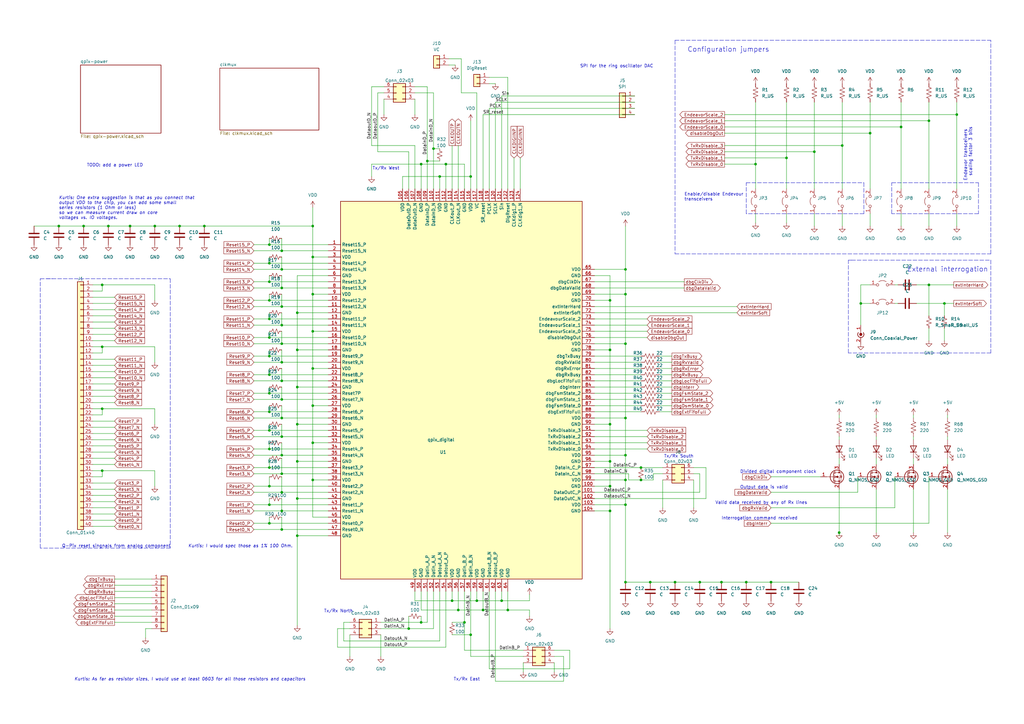
<source format=kicad_sch>
(kicad_sch (version 20211123) (generator eeschema)
  (paper "A3")
  (junction (at 256.54 186.69))
  (junction (at 177.8 60.96))
  (junction (at 121.92 219.71))
  (junction (at 110.49 168.91))
  (junction (at 44.45 92.71))
  (junction (at 73.66 92.71))
  (junction (at 110.49 115.57))
  (junction (at 276.86 238.76))
  (junction (at 110.49 138.43))
  (junction (at 115.57 201.93))
  (junction (at 250.19 199.39))
  (junction (at 195.58 246.38))
  (junction (at 128.27 135.89))
  (junction (at 392.43 46.99))
  (junction (at 262.89 191.77))
  (junction (at 306.07 238.76))
  (junction (at 110.49 161.29))
  (junction (at 175.26 66.04))
  (junction (at 128.27 92.71))
  (junction (at 128.27 120.65))
  (junction (at 262.89 196.85))
  (junction (at 128.27 196.85))
  (junction (at 110.49 207.01))
  (junction (at 110.49 153.67))
  (junction (at 115.57 163.83))
  (junction (at 256.54 110.49))
  (junction (at 115.57 110.49))
  (junction (at 121.92 128.27))
  (junction (at 110.49 214.63))
  (junction (at 345.44 59.69))
  (junction (at 190.5 255.27))
  (junction (at 121.92 189.23))
  (junction (at 115.57 156.21))
  (junction (at 24.13 92.71))
  (junction (at 256.54 171.45))
  (junction (at 115.57 179.07))
  (junction (at 180.34 72.39))
  (junction (at 193.04 260.35))
  (junction (at 205.74 246.38))
  (junction (at 256.54 120.65))
  (junction (at 110.49 184.15))
  (junction (at 121.92 173.99))
  (junction (at 115.57 140.97))
  (junction (at 172.72 255.27))
  (junction (at 250.19 209.55))
  (junction (at 110.49 199.39))
  (junction (at 128.27 105.41))
  (junction (at 334.01 62.23))
  (junction (at 172.72 67.31))
  (junction (at 121.92 158.75))
  (junction (at 110.49 107.95))
  (junction (at 41.91 167.64))
  (junction (at 167.64 257.81))
  (junction (at 185.42 246.38))
  (junction (at 83.82 92.71))
  (junction (at 41.91 142.24))
  (junction (at 115.57 217.17))
  (junction (at 198.12 250.19))
  (junction (at 266.7 238.76))
  (junction (at 344.17 218.44))
  (junction (at 287.02 238.76))
  (junction (at 256.54 207.01))
  (junction (at 115.57 133.35))
  (junction (at 115.57 186.69))
  (junction (at 115.57 118.11))
  (junction (at 115.57 209.55))
  (junction (at 182.88 67.31))
  (junction (at 250.19 189.23))
  (junction (at 41.91 193.04))
  (junction (at 128.27 181.61))
  (junction (at 309.88 67.31))
  (junction (at 250.19 173.99))
  (junction (at 256.54 140.97))
  (junction (at 256.54 196.85))
  (junction (at 121.92 143.51))
  (junction (at 110.49 176.53))
  (junction (at 115.57 194.31))
  (junction (at 110.49 191.77))
  (junction (at 322.58 64.77))
  (junction (at 128.27 151.13))
  (junction (at 110.49 123.19))
  (junction (at 110.49 130.81))
  (junction (at 110.49 146.05))
  (junction (at 353.06 124.46))
  (junction (at 41.91 116.84))
  (junction (at 63.5 92.71))
  (junction (at 316.23 238.76))
  (junction (at 187.96 250.19))
  (junction (at 53.34 92.71))
  (junction (at 256.54 238.76))
  (junction (at 295.91 238.76))
  (junction (at 369.57 52.07))
  (junction (at 110.49 100.33))
  (junction (at 208.28 250.19))
  (junction (at 128.27 166.37))
  (junction (at 381 49.53))
  (junction (at 387.35 124.46))
  (junction (at 115.57 102.87))
  (junction (at 34.29 92.71))
  (junction (at 115.57 171.45))
  (junction (at 115.57 148.59))
  (junction (at 115.57 125.73))
  (junction (at 381 116.84))
  (junction (at 250.19 143.51))
  (junction (at 250.19 123.19))
  (junction (at 121.92 204.47))
  (junction (at 193.04 72.39))
  (junction (at 356.87 54.61))
  (wire (pts (xy 243.84 135.89) (xy 265.43 135.89)))
  (wire (pts (xy 170.18 40.64) (xy 170.18 46.99)))
  (wire (pts (xy 375.92 124.46) (xy 387.35 124.46)))
  (wire (pts (xy 243.84 130.81) (xy 265.43 130.81)))
  (wire (pts (xy 38.1 193.04) (xy 41.91 193.04)))
  (wire (pts (xy 351.79 195.58) (xy 351.79 201.93)))
  (wire (pts (xy 185.42 246.38) (xy 195.58 246.38)))
  (wire (pts (xy 270.51 156.21) (xy 275.59 156.21)))
  (wire (pts (xy 140.97 255.27) (xy 143.51 255.27)))
  (wire (pts (xy 46.99 247.65) (xy 62.23 247.65)))
  (polyline (pts (xy 354.33 74.93) (xy 354.33 87.63)))
  (wire (pts (xy 316.23 238.76) (xy 327.66 238.76)))
  (wire (pts (xy 367.03 195.58) (xy 367.03 208.28)))
  (wire (pts (xy 233.68 274.32) (xy 233.68 266.7)))
  (wire (pts (xy 243.84 173.99) (xy 250.19 173.99)))
  (wire (pts (xy 177.8 242.57) (xy 177.8 257.81)))
  (polyline (pts (xy 406.4 104.14) (xy 406.4 16.51)))
  (wire (pts (xy 243.84 179.07) (xy 265.43 179.07)))
  (wire (pts (xy 104.14 207.01) (xy 110.49 207.01)))
  (wire (pts (xy 287.02 201.93) (xy 287.02 194.31)))
  (wire (pts (xy 156.21 255.27) (xy 172.72 255.27)))
  (wire (pts (xy 217.17 246.38) (xy 205.74 246.38)))
  (wire (pts (xy 134.62 219.71) (xy 121.92 219.71)))
  (wire (pts (xy 353.06 124.46) (xy 353.06 116.84)))
  (wire (pts (xy 46.99 215.9) (xy 38.1 215.9)))
  (wire (pts (xy 115.57 194.31) (xy 134.62 194.31)))
  (wire (pts (xy 284.48 196.85) (xy 284.48 208.28)))
  (wire (pts (xy 46.99 162.56) (xy 38.1 162.56)))
  (wire (pts (xy 374.65 171.45) (xy 374.65 170.18)))
  (wire (pts (xy 110.49 204.47) (xy 110.49 207.01)))
  (wire (pts (xy 359.41 171.45) (xy 359.41 170.18)))
  (wire (pts (xy 250.19 143.51) (xy 250.19 173.99)))
  (wire (pts (xy 115.57 158.75) (xy 115.57 163.83)))
  (wire (pts (xy 217.17 252.73) (xy 217.17 250.19)))
  (wire (pts (xy 104.14 115.57) (xy 110.49 115.57)))
  (wire (pts (xy 243.84 148.59) (xy 262.89 148.59)))
  (wire (pts (xy 46.99 152.4) (xy 38.1 152.4)))
  (wire (pts (xy 359.41 187.96) (xy 359.41 190.5)))
  (wire (pts (xy 388.62 187.96) (xy 388.62 190.5)))
  (wire (pts (xy 110.49 120.65) (xy 110.49 123.19)))
  (wire (pts (xy 110.49 214.63) (xy 134.62 214.63)))
  (wire (pts (xy 243.84 110.49) (xy 256.54 110.49)))
  (wire (pts (xy 316.23 208.28) (xy 367.03 208.28)))
  (wire (pts (xy 46.99 149.86) (xy 38.1 149.86)))
  (wire (pts (xy 104.14 184.15) (xy 110.49 184.15)))
  (wire (pts (xy 110.49 191.77) (xy 134.62 191.77)))
  (wire (pts (xy 110.49 138.43) (xy 134.62 138.43)))
  (wire (pts (xy 203.2 77.47) (xy 203.2 41.91)))
  (wire (pts (xy 172.72 77.47) (xy 172.72 67.31)))
  (wire (pts (xy 369.57 87.63) (xy 369.57 92.71)))
  (wire (pts (xy 41.91 116.84) (xy 63.5 116.84)))
  (polyline (pts (xy 69.85 224.79) (xy 16.51 224.79)))
  (wire (pts (xy 121.92 143.51) (xy 134.62 143.51)))
  (wire (pts (xy 250.19 123.19) (xy 250.19 143.51)))
  (wire (pts (xy 243.84 123.19) (xy 250.19 123.19)))
  (wire (pts (xy 104.14 171.45) (xy 115.57 171.45)))
  (wire (pts (xy 243.84 189.23) (xy 250.19 189.23)))
  (wire (pts (xy 193.04 49.53) (xy 193.04 72.39)))
  (wire (pts (xy 200.66 44.45) (xy 260.35 44.45)))
  (wire (pts (xy 322.58 64.77) (xy 322.58 77.47)))
  (wire (pts (xy 344.17 218.44) (xy 344.17 219.71)))
  (wire (pts (xy 262.89 196.85) (xy 267.97 196.85)))
  (wire (pts (xy 104.14 186.69) (xy 115.57 186.69)))
  (wire (pts (xy 177.8 60.96) (xy 177.8 38.1)))
  (wire (pts (xy 353.06 124.46) (xy 356.87 124.46)))
  (wire (pts (xy 243.84 128.27) (xy 302.26 128.27)))
  (wire (pts (xy 121.92 219.71) (xy 121.92 204.47)))
  (wire (pts (xy 243.84 184.15) (xy 265.43 184.15)))
  (wire (pts (xy 110.49 207.01) (xy 134.62 207.01)))
  (wire (pts (xy 270.51 146.05) (xy 275.59 146.05)))
  (wire (pts (xy 110.49 113.03) (xy 110.49 115.57)))
  (wire (pts (xy 128.27 135.89) (xy 128.27 151.13)))
  (wire (pts (xy 287.02 194.31) (xy 284.48 194.31)))
  (wire (pts (xy 154.94 62.23) (xy 167.64 62.23)))
  (wire (pts (xy 110.49 161.29) (xy 134.62 161.29)))
  (wire (pts (xy 267.97 196.85) (xy 267.97 194.31)))
  (wire (pts (xy 243.84 133.35) (xy 265.43 133.35)))
  (wire (pts (xy 46.99 203.2) (xy 38.1 203.2)))
  (wire (pts (xy 359.41 200.66) (xy 359.41 218.44)))
  (wire (pts (xy 356.87 41.91) (xy 356.87 54.61)))
  (wire (pts (xy 110.49 187.96) (xy 110.49 191.77)))
  (wire (pts (xy 381 134.62) (xy 381 139.7)))
  (wire (pts (xy 387.35 124.46) (xy 391.16 124.46)))
  (wire (pts (xy 104.14 110.49) (xy 115.57 110.49)))
  (wire (pts (xy 177.8 60.96) (xy 180.34 60.96)))
  (wire (pts (xy 128.27 105.41) (xy 134.62 105.41)))
  (wire (pts (xy 392.43 87.63) (xy 392.43 92.71)))
  (wire (pts (xy 243.84 138.43) (xy 265.43 138.43)))
  (wire (pts (xy 193.04 260.35) (xy 193.04 269.24)))
  (wire (pts (xy 115.57 179.07) (xy 134.62 179.07)))
  (wire (pts (xy 104.14 191.77) (xy 110.49 191.77)))
  (wire (pts (xy 46.99 208.28) (xy 38.1 208.28)))
  (wire (pts (xy 185.42 242.57) (xy 185.42 246.38)))
  (wire (pts (xy 243.84 125.73) (xy 302.26 125.73)))
  (wire (pts (xy 297.18 52.07) (xy 369.57 52.07)))
  (wire (pts (xy 184.15 26.67) (xy 186.69 26.67)))
  (polyline (pts (xy 276.86 104.14) (xy 406.4 104.14)))
  (wire (pts (xy 267.97 194.31) (xy 271.78 194.31)))
  (wire (pts (xy 38.1 144.78) (xy 41.91 144.78)))
  (wire (pts (xy 115.57 204.47) (xy 115.57 209.55)))
  (wire (pts (xy 295.91 238.76) (xy 306.07 238.76)))
  (wire (pts (xy 165.1 72.39) (xy 180.34 72.39)))
  (wire (pts (xy 182.88 67.31) (xy 182.88 77.47)))
  (wire (pts (xy 110.49 158.75) (xy 110.49 161.29)))
  (wire (pts (xy 115.57 151.13) (xy 115.57 156.21)))
  (wire (pts (xy 243.84 196.85) (xy 256.54 196.85)))
  (wire (pts (xy 63.5 167.64) (xy 63.5 173.99)))
  (wire (pts (xy 250.19 173.99) (xy 250.19 189.23)))
  (wire (pts (xy 243.84 156.21) (xy 262.89 156.21)))
  (polyline (pts (xy 354.33 87.63) (xy 306.07 87.63)))
  (wire (pts (xy 175.26 242.57) (xy 175.26 255.27)))
  (wire (pts (xy 128.27 181.61) (xy 134.62 181.61)))
  (wire (pts (xy 110.49 153.67) (xy 134.62 153.67)))
  (wire (pts (xy 175.26 35.56) (xy 175.26 66.04)))
  (polyline (pts (xy 401.32 74.93) (xy 401.32 87.63)))
  (wire (pts (xy 231.14 279.4) (xy 231.14 269.24)))
  (wire (pts (xy 345.44 41.91) (xy 345.44 59.69)))
  (wire (pts (xy 344.17 200.66) (xy 344.17 218.44)))
  (wire (pts (xy 271.78 196.85) (xy 271.78 208.28)))
  (wire (pts (xy 297.18 59.69) (xy 345.44 59.69)))
  (wire (pts (xy 381 116.84) (xy 391.16 116.84)))
  (polyline (pts (xy 19.05 114.3) (xy 69.85 114.3)))
  (wire (pts (xy 110.49 130.81) (xy 134.62 130.81)))
  (wire (pts (xy 128.27 92.71) (xy 128.27 105.41)))
  (wire (pts (xy 185.42 260.35) (xy 193.04 260.35)))
  (wire (pts (xy 110.49 97.79) (xy 110.49 100.33)))
  (wire (pts (xy 104.14 100.33) (xy 110.49 100.33)))
  (wire (pts (xy 243.84 158.75) (xy 262.89 158.75)))
  (polyline (pts (xy 365.76 87.63) (xy 365.76 74.93)))
  (wire (pts (xy 140.97 262.89) (xy 140.97 255.27)))
  (wire (pts (xy 110.49 105.41) (xy 110.49 107.95)))
  (wire (pts (xy 309.88 41.91) (xy 309.88 67.31)))
  (wire (pts (xy 63.5 142.24) (xy 63.5 148.59)))
  (wire (pts (xy 388.62 200.66) (xy 388.62 218.44)))
  (polyline (pts (xy 401.32 87.63) (xy 365.76 87.63)))
  (wire (pts (xy 121.92 143.51) (xy 121.92 158.75)))
  (wire (pts (xy 250.19 113.03) (xy 250.19 123.19)))
  (wire (pts (xy 115.57 120.65) (xy 115.57 125.73)))
  (wire (pts (xy 128.27 196.85) (xy 128.27 212.09)))
  (wire (pts (xy 243.84 191.77) (xy 262.89 191.77)))
  (wire (pts (xy 115.57 118.11) (xy 134.62 118.11)))
  (wire (pts (xy 104.14 102.87) (xy 115.57 102.87)))
  (wire (pts (xy 110.49 212.09) (xy 110.49 214.63)))
  (wire (pts (xy 243.84 207.01) (xy 256.54 207.01)))
  (wire (pts (xy 200.66 77.47) (xy 200.66 44.45)))
  (wire (pts (xy 270.51 158.75) (xy 275.59 158.75)))
  (wire (pts (xy 46.99 139.7) (xy 38.1 139.7)))
  (wire (pts (xy 46.99 127) (xy 38.1 127)))
  (wire (pts (xy 309.88 87.63) (xy 309.88 91.44)))
  (wire (pts (xy 256.54 186.69) (xy 256.54 196.85)))
  (wire (pts (xy 46.99 205.74) (xy 38.1 205.74)))
  (polyline (pts (xy 347.98 144.78) (xy 347.98 106.68)))
  (wire (pts (xy 203.2 41.91) (xy 260.35 41.91)))
  (wire (pts (xy 104.14 179.07) (xy 115.57 179.07)))
  (wire (pts (xy 167.64 252.73) (xy 167.64 257.81)))
  (wire (pts (xy 182.88 67.31) (xy 190.5 67.31)))
  (wire (pts (xy 189.23 38.1) (xy 189.23 24.13)))
  (wire (pts (xy 231.14 269.24) (xy 227.33 269.24)))
  (wire (pts (xy 270.51 166.37) (xy 275.59 166.37)))
  (wire (pts (xy 115.57 143.51) (xy 115.57 148.59)))
  (wire (pts (xy 243.84 120.65) (xy 256.54 120.65)))
  (wire (pts (xy 121.92 173.99) (xy 121.92 189.23)))
  (wire (pts (xy 387.35 134.62) (xy 387.35 139.7)))
  (wire (pts (xy 46.99 210.82) (xy 38.1 210.82)))
  (polyline (pts (xy 306.07 87.63) (xy 306.07 74.93)))
  (wire (pts (xy 46.99 187.96) (xy 38.1 187.96)))
  (wire (pts (xy 270.51 151.13) (xy 275.59 151.13)))
  (wire (pts (xy 369.57 52.07) (xy 369.57 77.47)))
  (wire (pts (xy 53.34 92.71) (xy 63.5 92.71)))
  (wire (pts (xy 104.14 118.11) (xy 115.57 118.11)))
  (wire (pts (xy 110.49 115.57) (xy 134.62 115.57)))
  (wire (pts (xy 250.19 209.55) (xy 243.84 209.55)))
  (wire (pts (xy 121.92 219.71) (xy 121.92 256.54)))
  (wire (pts (xy 198.12 46.99) (xy 260.35 46.99)))
  (wire (pts (xy 121.92 158.75) (xy 121.92 173.99)))
  (wire (pts (xy 198.12 250.19) (xy 208.28 250.19)))
  (wire (pts (xy 213.36 64.77) (xy 213.36 77.47)))
  (wire (pts (xy 243.84 181.61) (xy 265.43 181.61)))
  (wire (pts (xy 38.1 116.84) (xy 41.91 116.84)))
  (wire (pts (xy 205.74 77.47) (xy 205.74 39.37)))
  (wire (pts (xy 334.01 62.23) (xy 334.01 77.47)))
  (wire (pts (xy 175.26 35.56) (xy 170.18 35.56)))
  (wire (pts (xy 170.18 246.38) (xy 185.42 246.38)))
  (wire (pts (xy 270.51 161.29) (xy 275.59 161.29)))
  (wire (pts (xy 170.18 59.69) (xy 152.4 59.69)))
  (wire (pts (xy 110.49 173.99) (xy 110.49 176.53)))
  (wire (pts (xy 369.57 41.91) (xy 369.57 52.07)))
  (wire (pts (xy 104.14 130.81) (xy 110.49 130.81)))
  (wire (pts (xy 115.57 135.89) (xy 115.57 140.97)))
  (wire (pts (xy 115.57 148.59) (xy 134.62 148.59)))
  (wire (pts (xy 243.84 166.37) (xy 262.89 166.37)))
  (wire (pts (xy 115.57 105.41) (xy 115.57 110.49)))
  (wire (pts (xy 128.27 151.13) (xy 128.27 166.37)))
  (wire (pts (xy 83.82 92.71) (xy 128.27 92.71)))
  (wire (pts (xy 115.57 113.03) (xy 115.57 118.11)))
  (wire (pts (xy 203.2 242.57) (xy 203.2 279.4)))
  (wire (pts (xy 46.99 137.16) (xy 38.1 137.16)))
  (wire (pts (xy 38.1 170.18) (xy 41.91 170.18)))
  (wire (pts (xy 110.49 195.58) (xy 110.49 199.39)))
  (polyline (pts (xy 406.4 144.78) (xy 347.98 144.78)))
  (wire (pts (xy 243.84 153.67) (xy 262.89 153.67)))
  (wire (pts (xy 104.14 163.83) (xy 115.57 163.83)))
  (wire (pts (xy 104.14 140.97) (xy 115.57 140.97)))
  (wire (pts (xy 243.84 143.51) (xy 250.19 143.51)))
  (wire (pts (xy 46.99 240.03) (xy 62.23 240.03)))
  (wire (pts (xy 177.8 60.96) (xy 177.8 77.47)))
  (wire (pts (xy 46.99 121.92) (xy 38.1 121.92)))
  (wire (pts (xy 63.5 92.71) (xy 73.66 92.71)))
  (wire (pts (xy 115.57 195.58) (xy 115.57 201.93)))
  (wire (pts (xy 210.82 64.77) (xy 210.82 77.47)))
  (wire (pts (xy 46.99 147.32) (xy 38.1 147.32)))
  (wire (pts (xy 46.99 157.48) (xy 38.1 157.48)))
  (wire (pts (xy 200.66 274.32) (xy 233.68 274.32)))
  (wire (pts (xy 63.5 193.04) (xy 63.5 199.39)))
  (wire (pts (xy 34.29 92.71) (xy 44.45 92.71)))
  (wire (pts (xy 110.49 199.39) (xy 134.62 199.39)))
  (wire (pts (xy 115.57 186.69) (xy 134.62 186.69)))
  (wire (pts (xy 256.54 110.49) (xy 256.54 120.65)))
  (wire (pts (xy 115.57 163.83) (xy 134.62 163.83)))
  (wire (pts (xy 152.4 72.39) (xy 152.4 67.31)))
  (wire (pts (xy 115.57 187.96) (xy 115.57 194.31)))
  (wire (pts (xy 381 195.58) (xy 381 214.63)))
  (wire (pts (xy 134.62 189.23) (xy 121.92 189.23)))
  (wire (pts (xy 134.62 173.99) (xy 121.92 173.99)))
  (wire (pts (xy 104.14 125.73) (xy 115.57 125.73)))
  (wire (pts (xy 256.54 92.71) (xy 256.54 110.49)))
  (wire (pts (xy 110.49 184.15) (xy 134.62 184.15)))
  (wire (pts (xy 134.62 204.47) (xy 121.92 204.47)))
  (wire (pts (xy 46.99 185.42) (xy 38.1 185.42)))
  (wire (pts (xy 243.84 186.69) (xy 256.54 186.69)))
  (wire (pts (xy 115.57 212.09) (xy 115.57 217.17)))
  (wire (pts (xy 187.96 242.57) (xy 187.96 250.19)))
  (wire (pts (xy 138.43 265.43) (xy 138.43 257.81)))
  (wire (pts (xy 128.27 135.89) (xy 128.27 120.65)))
  (wire (pts (xy 381 87.63) (xy 381 92.71)))
  (wire (pts (xy 180.34 242.57) (xy 180.34 262.89)))
  (wire (pts (xy 110.49 143.51) (xy 110.49 146.05)))
  (wire (pts (xy 46.99 175.26) (xy 38.1 175.26)))
  (wire (pts (xy 243.84 140.97) (xy 256.54 140.97)))
  (wire (pts (xy 243.84 118.11) (xy 280.67 118.11)))
  (wire (pts (xy 46.99 132.08) (xy 38.1 132.08)))
  (wire (pts (xy 38.1 142.24) (xy 41.91 142.24)))
  (wire (pts (xy 46.99 237.49) (xy 62.23 237.49)))
  (wire (pts (xy 115.57 140.97) (xy 134.62 140.97)))
  (wire (pts (xy 104.14 168.91) (xy 110.49 168.91)))
  (polyline (pts (xy 347.98 106.68) (xy 349.25 106.68)))
  (polyline (pts (xy 276.86 16.51) (xy 276.86 104.14)))
  (wire (pts (xy 172.72 252.73) (xy 172.72 255.27)))
  (wire (pts (xy 156.21 257.81) (xy 167.64 257.81)))
  (wire (pts (xy 154.94 62.23) (xy 154.94 38.1)))
  (wire (pts (xy 177.8 257.81) (xy 167.64 257.81)))
  (wire (pts (xy 374.65 179.07) (xy 374.65 180.34)))
  (wire (pts (xy 104.14 176.53) (xy 110.49 176.53)))
  (wire (pts (xy 297.18 54.61) (xy 356.87 54.61)))
  (wire (pts (xy 110.49 107.95) (xy 134.62 107.95)))
  (wire (pts (xy 256.54 140.97) (xy 256.54 171.45)))
  (wire (pts (xy 297.18 46.99) (xy 392.43 46.99)))
  (wire (pts (xy 250.19 209.55) (xy 250.19 257.81)))
  (wire (pts (xy 115.57 217.17) (xy 134.62 217.17)))
  (wire (pts (xy 289.56 191.77) (xy 284.48 191.77)))
  (wire (pts (xy 334.01 87.63) (xy 334.01 92.71)))
  (wire (pts (xy 322.58 87.63) (xy 322.58 91.44)))
  (polyline (pts (xy 365.76 74.93) (xy 401.32 74.93)))
  (wire (pts (xy 24.13 92.71) (xy 34.29 92.71)))
  (wire (pts (xy 104.14 123.19) (xy 110.49 123.19)))
  (wire (pts (xy 344.17 171.45) (xy 344.17 170.18)))
  (wire (pts (xy 157.48 40.64) (xy 157.48 46.99)))
  (wire (pts (xy 187.96 250.19) (xy 198.12 250.19)))
  (wire (pts (xy 388.62 171.45) (xy 388.62 170.18)))
  (wire (pts (xy 250.19 189.23) (xy 250.19 199.39)))
  (wire (pts (xy 41.91 193.04) (xy 63.5 193.04)))
  (wire (pts (xy 387.35 124.46) (xy 387.35 129.54)))
  (wire (pts (xy 297.18 62.23) (xy 334.01 62.23)))
  (wire (pts (xy 392.43 41.91) (xy 392.43 46.99)))
  (wire (pts (xy 13.97 92.71) (xy 24.13 92.71)))
  (wire (pts (xy 217.17 250.19) (xy 208.28 250.19)))
  (wire (pts (xy 128.27 120.65) (xy 128.27 105.41)))
  (wire (pts (xy 381 49.53) (xy 381 77.47)))
  (wire (pts (xy 381 116.84) (xy 381 129.54)))
  (wire (pts (xy 73.66 92.71) (xy 83.82 92.71)))
  (wire (pts (xy 217.17 243.84) (xy 217.17 246.38)))
  (wire (pts (xy 143.51 260.35) (xy 143.51 269.24)))
  (wire (pts (xy 334.01 41.91) (xy 334.01 62.23)))
  (wire (pts (xy 121.92 113.03) (xy 134.62 113.03)))
  (wire (pts (xy 128.27 196.85) (xy 128.27 181.61)))
  (wire (pts (xy 46.99 134.62) (xy 38.1 134.62)))
  (wire (pts (xy 110.49 146.05) (xy 134.62 146.05)))
  (wire (pts (xy 104.14 146.05) (xy 110.49 146.05)))
  (wire (pts (xy 152.4 59.69) (xy 152.4 35.56)))
  (polyline (pts (xy 406.4 106.68) (xy 406.4 144.78)))
  (wire (pts (xy 180.34 72.39) (xy 180.34 77.47)))
  (wire (pts (xy 198.12 46.99) (xy 198.12 77.47)))
  (wire (pts (xy 185.42 59.69) (xy 185.42 77.47)))
  (wire (pts (xy 165.1 72.39) (xy 165.1 77.47)))
  (wire (pts (xy 185.42 255.27) (xy 190.5 255.27)))
  (wire (pts (xy 175.26 66.04) (xy 180.34 66.04)))
  (wire (pts (xy 110.49 123.19) (xy 134.62 123.19)))
  (wire (pts (xy 138.43 257.81) (xy 143.51 257.81)))
  (wire (pts (xy 356.87 87.63) (xy 356.87 92.71)))
  (wire (pts (xy 104.14 201.93) (xy 115.57 201.93)))
  (wire (pts (xy 182.88 242.57) (xy 182.88 265.43)))
  (wire (pts (xy 115.57 181.61) (xy 115.57 186.69)))
  (wire (pts (xy 115.57 173.99) (xy 115.57 179.07)))
  (wire (pts (xy 190.5 266.7) (xy 214.63 266.7)))
  (wire (pts (xy 195.58 246.38) (xy 205.74 246.38)))
  (wire (pts (xy 190.5 255.27) (xy 190.5 266.7)))
  (wire (pts (xy 256.54 238.76) (xy 266.7 238.76)))
  (wire (pts (xy 316.23 201.93) (xy 351.79 201.93)))
  (wire (pts (xy 121.92 158.75) (xy 134.62 158.75)))
  (wire (pts (xy 233.68 266.7) (xy 227.33 266.7)))
  (wire (pts (xy 256.54 196.85) (xy 256.54 207.01)))
  (wire (pts (xy 46.99 252.73) (xy 62.23 252.73)))
  (wire (pts (xy 374.65 200.66) (xy 374.65 218.44)))
  (wire (pts (xy 128.27 196.85) (xy 134.62 196.85)))
  (wire (pts (xy 172.72 242.57) (xy 172.72 250.19)))
  (wire (pts (xy 344.17 187.96) (xy 344.17 190.5)))
  (wire (pts (xy 104.14 133.35) (xy 115.57 133.35)))
  (wire (pts (xy 195.58 38.1) (xy 195.58 77.47)))
  (wire (pts (xy 63.5 116.84) (xy 63.5 123.19)))
  (wire (pts (xy 203.2 279.4) (xy 231.14 279.4)))
  (wire (pts (xy 345.44 59.69) (xy 345.44 77.47)))
  (wire (pts (xy 359.41 179.07) (xy 359.41 180.34)))
  (wire (pts (xy 115.57 102.87) (xy 134.62 102.87)))
  (wire (pts (xy 375.92 116.84) (xy 381 116.84)))
  (wire (pts (xy 243.84 168.91) (xy 262.89 168.91)))
  (wire (pts (xy 104.14 148.59) (xy 115.57 148.59)))
  (wire (pts (xy 38.1 195.58) (xy 41.91 195.58)))
  (wire (pts (xy 193.04 242.57) (xy 193.04 260.35)))
  (wire (pts (xy 243.84 161.29) (xy 262.89 161.29)))
  (wire (pts (xy 115.57 110.49) (xy 134.62 110.49)))
  (wire (pts (xy 156.21 260.35) (xy 156.21 269.24)))
  (wire (pts (xy 198.12 242.57) (xy 198.12 250.19)))
  (wire (pts (xy 104.14 156.21) (xy 115.57 156.21)))
  (wire (pts (xy 243.84 151.13) (xy 262.89 151.13)))
  (wire (pts (xy 46.99 160.02) (xy 38.1 160.02)))
  (wire (pts (xy 243.84 176.53) (xy 265.43 176.53)))
  (wire (pts (xy 110.49 128.27) (xy 110.49 130.81)))
  (polyline (pts (xy 69.85 114.3) (xy 69.85 224.79)))
  (wire (pts (xy 180.34 72.39) (xy 193.04 72.39)))
  (wire (pts (xy 243.84 113.03) (xy 250.19 113.03)))
  (wire (pts (xy 287.02 238.76) (xy 295.91 238.76)))
  (wire (pts (xy 104.14 199.39) (xy 110.49 199.39)))
  (wire (pts (xy 172.72 250.19) (xy 187.96 250.19)))
  (wire (pts (xy 104.14 209.55) (xy 115.57 209.55)))
  (wire (pts (xy 152.4 67.31) (xy 172.72 67.31)))
  (wire (pts (xy 297.18 64.77) (xy 322.58 64.77)))
  (wire (pts (xy 46.99 177.8) (xy 38.1 177.8)))
  (wire (pts (xy 190.5 242.57) (xy 190.5 255.27)))
  (wire (pts (xy 38.1 167.64) (xy 41.91 167.64)))
  (wire (pts (xy 266.7 238.76) (xy 276.86 238.76)))
  (wire (pts (xy 243.84 199.39) (xy 250.19 199.39)))
  (wire (pts (xy 256.54 207.01) (xy 256.54 238.76)))
  (wire (pts (xy 110.49 151.13) (xy 110.49 153.67)))
  (wire (pts (xy 46.99 198.12) (xy 38.1 198.12)))
  (wire (pts (xy 115.57 97.79) (xy 115.57 102.87)))
  (wire (pts (xy 243.84 204.47) (xy 289.56 204.47)))
  (wire (pts (xy 256.54 120.65) (xy 256.54 140.97)))
  (wire (pts (xy 46.99 154.94) (xy 38.1 154.94)))
  (wire (pts (xy 256.54 171.45) (xy 256.54 186.69)))
  (wire (pts (xy 115.57 171.45) (xy 134.62 171.45)))
  (wire (pts (xy 353.06 116.84) (xy 356.87 116.84)))
  (wire (pts (xy 200.66 31.75) (xy 208.28 31.75)))
  (wire (pts (xy 243.84 201.93) (xy 287.02 201.93)))
  (wire (pts (xy 110.49 168.91) (xy 134.62 168.91)))
  (wire (pts (xy 104.14 214.63) (xy 110.49 214.63)))
  (wire (pts (xy 44.45 92.71) (xy 53.34 92.71)))
  (wire (pts (xy 104.14 194.31) (xy 115.57 194.31)))
  (wire (pts (xy 297.18 67.31) (xy 309.88 67.31)))
  (wire (pts (xy 345.44 87.63) (xy 345.44 92.71)))
  (wire (pts (xy 46.99 255.27) (xy 62.23 255.27)))
  (wire (pts (xy 115.57 166.37) (xy 115.57 171.45)))
  (wire (pts (xy 115.57 209.55) (xy 134.62 209.55)))
  (wire (pts (xy 388.62 179.07) (xy 388.62 180.34)))
  (wire (pts (xy 167.64 62.23) (xy 167.64 77.47)))
  (wire (pts (xy 110.49 135.89) (xy 110.49 138.43)))
  (wire (pts (xy 270.51 153.67) (xy 275.59 153.67)))
  (wire (pts (xy 195.58 242.57) (xy 195.58 246.38)))
  (wire (pts (xy 128.27 166.37) (xy 134.62 166.37)))
  (wire (pts (xy 121.92 128.27) (xy 134.62 128.27)))
  (wire (pts (xy 356.87 54.61) (xy 356.87 77.47)))
  (wire (pts (xy 270.51 163.83) (xy 275.59 163.83)))
  (wire (pts (xy 250.19 199.39) (xy 250.19 209.55)))
  (wire (pts (xy 115.57 201.93) (xy 134.62 201.93)))
  (wire (pts (xy 46.99 213.36) (xy 38.1 213.36)))
  (wire (pts (xy 200.66 242.57) (xy 200.66 274.32)))
  (polyline (pts (xy 16.51 224.79) (xy 16.51 114.3)))
  (wire (pts (xy 121.92 113.03) (xy 121.92 128.27)))
  (wire (pts (xy 243.84 163.83) (xy 262.89 163.83)))
  (wire (pts (xy 152.4 35.56) (xy 157.48 35.56)))
  (wire (pts (xy 262.89 191.77) (xy 271.78 191.77)))
  (wire (pts (xy 306.07 238.76) (xy 316.23 238.76)))
  (wire (pts (xy 104.14 138.43) (xy 110.49 138.43)))
  (wire (pts (xy 110.49 176.53) (xy 134.62 176.53)))
  (wire (pts (xy 276.86 238.76) (xy 287.02 238.76)))
  (wire (pts (xy 257.81 196.85) (xy 262.89 196.85)))
  (wire (pts (xy 128.27 85.09) (xy 128.27 92.71)))
  (wire (pts (xy 121.92 128.27) (xy 121.92 143.51)))
  (wire (pts (xy 128.27 212.09) (xy 134.62 212.09)))
  (wire (pts (xy 41.91 170.18) (xy 41.91 167.64)))
  (wire (pts (xy 195.58 38.1) (xy 189.23 38.1)))
  (wire (pts (xy 208.28 242.57) (xy 208.28 250.19)))
  (polyline (pts (xy 306.07 74.93) (xy 354.33 74.93)))
  (wire (pts (xy 41.91 195.58) (xy 41.91 193.04)))
  (wire (pts (xy 353.06 133.35) (xy 353.06 124.46)))
  (wire (pts (xy 243.84 146.05) (xy 262.89 146.05)))
  (wire (pts (xy 46.99 250.19) (xy 62.23 250.19)))
  (wire (pts (xy 214.63 271.78) (xy 214.63 275.59)))
  (wire (pts (xy 381 41.91) (xy 381 49.53)))
  (wire (pts (xy 392.43 46.99) (xy 392.43 77.47)))
  (wire (pts (xy 344.17 179.07) (xy 344.17 180.34)))
  (wire (pts (xy 46.99 190.5) (xy 38.1 190.5)))
  (wire (pts (xy 115.57 128.27) (xy 115.57 133.35)))
  (wire (pts (xy 128.27 151.13) (xy 134.62 151.13)))
  (wire (pts (xy 41.91 144.78) (xy 41.91 142.24)))
  (wire (pts (xy 193.04 72.39) (xy 193.04 77.47)))
  (wire (pts (xy 243.84 194.31) (xy 257.81 194.31)))
  (wire (pts (xy 46.99 172.72) (xy 38.1 172.72)))
  (wire (pts (xy 46.99 129.54) (xy 38.1 129.54)))
  (wire (pts (xy 200.66 34.29) (xy 203.2 34.29)))
  (wire (pts (xy 41.91 142.24) (xy 63.5 142.24)))
  (wire (pts (xy 46.99 165.1) (xy 38.1 165.1)))
  (wire (pts (xy 104.14 107.95) (xy 110.49 107.95)))
  (wire (pts (xy 46.99 182.88) (xy 38.1 182.88)))
  (wire (pts (xy 270.51 168.91) (xy 275.59 168.91)))
  (polyline (pts (xy 276.86 16.51) (xy 406.4 16.51)))
  (wire (pts (xy 170.18 77.47) (xy 170.18 59.69)))
  (wire (pts (xy 170.18 242.57) (xy 170.18 246.38)))
  (wire (pts (xy 140.97 262.89) (xy 180.34 262.89)))
  (wire (pts (xy 309.88 67.31) (xy 309.88 77.47)))
  (wire (pts (xy 46.99 180.34) (xy 38.1 180.34)))
  (wire (pts (xy 115.57 156.21) (xy 134.62 156.21)))
  (wire (pts (xy 46.99 124.46) (xy 38.1 124.46)))
  (wire (pts (xy 367.03 116.84) (xy 368.3 116.84)))
  (wire (pts (xy 128.27 135.89) (xy 134.62 135.89)))
  (polyline (pts (xy 16.51 114.3) (xy 21.59 114.3)))
  (wire (pts (xy 193.04 269.24) (xy 214.63 269.24)))
  (wire (pts (xy 154.94 38.1) (xy 157.48 38.1)))
  (wire (pts (xy 270.51 148.59) (xy 275.59 148.59)))
  (wire (pts (xy 46.99 242.57) (xy 62.23 242.57)))
  (wire (pts (xy 110.49 100.33) (xy 134.62 100.33)))
  (wire (pts (xy 121.92 204.47) (xy 121.92 189.23)))
  (wire (pts (xy 289.56 204.47) (xy 289.56 191.77)))
  (wire (pts (xy 46.99 245.11) (xy 62.23 245.11)))
  (wire (pts (xy 128.27 181.61) (xy 128.27 166.37)))
  (wire (pts (xy 208.28 31.75) (xy 208.28 77.47)))
  (wire (pts (xy 110.49 181.61) (xy 110.49 184.15)))
  (wire (pts (xy 115.57 125.73) (xy 134.62 125.73)))
  (wire (pts (xy 227.33 271.78) (xy 227.33 275.59)))
  (wire (pts (xy 62.23 257.81) (xy 59.69 257.81)))
  (wire (pts (xy 367.03 124.46) (xy 368.3 124.46)))
  (polyline (pts (xy 349.25 106.68) (xy 406.4 106.68)))
  (wire (pts (xy 110.49 166.37) (xy 110.49 168.91)))
  (wire (pts (xy 59.69 257.81) (xy 59.69 261.62)))
  (wire (pts (xy 41.91 167.64) (xy 63.5 167.64)))
  (wire (pts (xy 41.91 116.84) (xy 41.91 119.38)))
  (wire (pts (xy 297.18 49.53) (xy 381 49.53)))
  (wire (pts (xy 46.99 200.66) (xy 38.1 200.66)))
  (wire (pts (xy 175.26 255.27) (xy 172.72 255.27)))
  (wire (pts (xy 316.23 195.58) (xy 336.55 195.58)))
  (wire (pts (xy 257.81 194.31) (xy 257.81 196.85)))
  (wire (pts (xy 172.72 67.31) (xy 182.88 67.31)))
  (wire (pts (xy 104.14 217.17) (xy 115.57 217.17)))
  (wire (pts (xy 189.23 24.13) (xy 184.15 24.13)))
  (wire (pts (xy 243.84 115.57) (xy 280.67 115.57)))
  (wire (pts (xy 374.65 187.96) (xy 374.65 190.5)))
  (wire (pts (xy 104.14 161.29) (xy 110.49 161.29)))
  (wire (pts (xy 243.84 171.45) (xy 256.54 171.45)))
  (wire (pts (xy 322.58 41.91) (xy 322.58 64.77)))
  (wire (pts (xy 38.1 119.38) (xy 41.91 119.38)))
  (wire (pts (xy 205.74 39.37) (xy 260.35 39.37)))
  (wire (pts (xy 175.26 66.04) (xy 175.26 77.47)))
  (wire (pts (xy 182.88 265.43) (xy 138.43 265.43)))
  (wire (pts (xy 187.96 59.69) (xy 187.96 77.47)))
  (wire (pts (xy 128.27 120.65) (xy 134.62 120.65)))
  (wire (pts (xy 115.57 133.35) (xy 134.62 133.35)))
  (wire (pts (xy 205.74 242.57) (xy 205.74 246.38)))
  (wire (pts (xy 177.8 38.1) (xy 170.18 38.1)))
  (wire (pts (xy 190.5 67.31) (xy 190.5 77.47)))
  (wire (pts (xy 104.14 153.67) (xy 110.49 153.67)))
  (wire (pts (xy 381 214.63) (xy 316.23 214.63)))
  (text "Configuration jumpers" (at 281.94 21.59 0) (effects (font (size 2 2)) (justify left bottom)))
  (text "Kurtis: As far as resistor sizes, I would use at least 0603 for all those resistors and capacitors" (at 30.48 279.4 0) (effects (font (size 1.27 1.27) italic) (justify left bottom)))
  (text "TODO: add a power LED" (at 35.56 68.58 0) (effects (font (size 1.27 1.27)) (justify left bottom)))
  (text "External interrogation\n" (at 372.11 111.76 0) (effects (font (size 2 2)) (justify left bottom)))
  (text " Kurtis: I would spec those as 1% 100 Ohm." (at 76.2 224.79 0) (effects (font (size 1.27 1.27) italic) (justify left bottom)))
  (text "Tx/Rx West" (at 163.83 69.85 180) (effects (font (size 1.27 1.27)) (justify right bottom)))
  (text "Tx/Rx North" (at 144.78 251.46 180) (effects (font (size 1.27 1.27)) (justify right bottom)))
  (text "Interrogation command received" (at 295.91 213.36 0) (effects (font (size 1.27 1.27)) (justify left bottom)))
  (text "Divided digital component clock " (at 303.53 194.31 0) (effects (font (size 1.27 1.27)) (justify left bottom)))
  (text "Valid data received by any of Rx lines" (at 293.37 207.01 0) (effects (font (size 1.27 1.27)) (justify left bottom)))
  (text "Tx/Rx South" (at 284.48 187.96 180) (effects (font (size 1.27 1.27)) (justify right bottom)))
  (text "Enable/disable Endevour\ntransceivers\n" (at 280.67 82.55 0) (effects (font (size 1.27 1.27)) (justify left bottom)))
  (text "Q-Pix reset singnals from analog component\n" (at 25.4 224.79 0) (effects (font (size 1.27 1.27)) (justify left bottom)))
  (text "SPI for the ring oscillator DAC" (at 267.97 27.94 180) (effects (font (size 1.27 1.27)) (justify right bottom)))
  (text "Endeavor transceivers \nscaling factor 3 bits" (at 398.78 52.07 270) (effects (font (size 1.27 1.27)) (justify right bottom)))
  (text "Kurtis: One extra suggestion is that as you connect that \noutput VDD to the chip, you can add some small \nseries resistors (1 Ohm or less) \nso we can measure current draw on core \nvoltages vs. IO voltages. " (at 24.13 90.17 0) (effects (font (size 1.27 1.27) italic) (justify left bottom)))
  (text "Tx/Rx East" (at 196.85 279.4 180) (effects (font (size 1.27 1.27)) (justify right bottom)))
  (text "Output data is valid\n" (at 303.53 200.66 0) (effects (font (size 1.27 1.27)) (justify left bottom)))
  (label "DatinA_N" (at 157.48 257.81 0))
  (label "PCLK" (at 200.66 44.45 0))
  (label "DatoutA_P" (at 157.48 265.43 0))
  (label "DatoutA_N" (at 157.48 262.89 0))
  (label "SCLK" (at 203.2 41.91 0))
  (label "DataoutC_P" (at 247.65 201.93 0))
  (label "DataoutC_N" (at 247.65 204.47 0))
  (label "DataoutD_P" (at 154.94 57.15 90))
  (label "DatainC_N" (at 247.65 194.31 0))
  (label "DatoutB_N" (at 200.66 252.73 90))
  (label "DatainC_P" (at 251.46 191.77 0))
  (label "Sin" (at 205.74 39.37 0))
  (label "DatinB_N" (at 193.04 252.73 90))
  (label "DatinB_P" (at 213.36 266.7 180))
  (label "DatoutB_P" (at 203.2 278.13 90))
  (label "SR_reset" (at 198.12 46.99 0))
  (label "DatainD_P" (at 175.26 63.5 90))
  (label "DatinA_P" (at 157.48 255.27 0))
  (label "DataoutD_N" (at 152.4 57.15 90))
  (label "DatainD_N" (at 177.8 58.42 90))
  (global_label "Reset2_P" (shape input) (at 104.14 199.39 180) (property "Intersheet References" "${INTERSHEET_REFS}" (effects hide)))
  (global_label "Reset7_P" (shape input) (at 46.99 172.72 0) (property "Intersheet References" "${INTERSHEET_REFS}" (effects hide)))
  (global_label "Reset12_N" (shape input) (at 46.99 139.7 0) (property "Intersheet References" "${INTERSHEET_REFS}" (effects hide)))
  (global_label "Reset13_P" (shape input) (at 46.99 132.08 0) (property "Intersheet References" "${INTERSHEET_REFS}" (effects hide)))
  (global_label "dbgTxBusy" (shape output) (at 46.99 237.49 180) (property "Intersheet References" "${INTERSHEET_REFS}" (effects hide)))
  (global_label "Reset11_P" (shape input) (at 104.14 130.81 180) (property "Intersheet References" "${INTERSHEET_REFS}" (effects hide)))
  (global_label "Reset4_N" (shape input) (at 46.99 190.5 0) (property "Intersheet References" "${INTERSHEET_REFS}" (effects hide)))
  (global_label "CLKOUTP" (shape output) (at 185.42 59.69 90) (property "Intersheet References" "${INTERSHEET_REFS}" (effects hide)))
  (global_label "disableDbgOut" (shape input) (at 265.43 138.43 0) (property "Intersheet References" "${INTERSHEET_REFS}" (effects hide)))
  (global_label "CLKDIGIINN" (shape input) (at 213.36 64.77 90) (property "Intersheet References" "${INTERSHEET_REFS}" (effects hide)))
  (global_label "Reset4_P" (shape input) (at 46.99 187.96 0) (property "Intersheet References" "${INTERSHEET_REFS}" (effects hide)))
  (global_label "Reset14_N" (shape input) (at 46.99 129.54 0) (property "Intersheet References" "${INTERSHEET_REFS}" (effects hide)))
  (global_label "dbgRxValid" (shape input) (at 316.23 208.28 180) (property "Intersheet References" "${INTERSHEET_REFS}" (effects hide)))
  (global_label "Reset10_N" (shape input) (at 46.99 154.94 0) (property "Intersheet References" "${INTERSHEET_REFS}" (effects hide)))
  (global_label "Reset9_N" (shape input) (at 46.99 160.02 0) (property "Intersheet References" "${INTERSHEET_REFS}" (effects hide)))
  (global_label "Reset15_P" (shape input) (at 46.99 121.92 0) (property "Intersheet References" "${INTERSHEET_REFS}" (effects hide)))
  (global_label "dbgDataValid" (shape output) (at 280.67 118.11 0) (property "Intersheet References" "${INTERSHEET_REFS}" (effects hide)))
  (global_label "dbgExtFifoFull" (shape output) (at 275.59 168.91 0) (property "Intersheet References" "${INTERSHEET_REFS}" (effects hide)))
  (global_label "Reset7_N" (shape input) (at 104.14 163.83 180) (property "Intersheet References" "${INTERSHEET_REFS}" (effects hide)))
  (global_label "Reset5_P" (shape input) (at 104.14 176.53 180) (property "Intersheet References" "${INTERSHEET_REFS}" (effects hide)))
  (global_label "Reset3_P" (shape input) (at 104.14 191.77 180) (property "Intersheet References" "${INTERSHEET_REFS}" (effects hide)))
  (global_label "extInterHard" (shape output) (at 391.16 116.84 0) (property "Intersheet References" "${INTERSHEET_REFS}" (effects hide)))
  (global_label "extInterSoft" (shape output) (at 391.16 124.46 0) (property "Intersheet References" "${INTERSHEET_REFS}" (effects hide)))
  (global_label "Reset14_P" (shape input) (at 46.99 127 0) (property "Intersheet References" "${INTERSHEET_REFS}" (effects hide)))
  (global_label "Reset2_N" (shape input) (at 104.14 201.93 180) (property "Intersheet References" "${INTERSHEET_REFS}" (effects hide)))
  (global_label "dbgRxBusy" (shape output) (at 46.99 242.57 180) (property "Intersheet References" "${INTERSHEET_REFS}" (effects hide)))
  (global_label "TxRxDisable_2" (shape input) (at 265.43 179.07 0) (property "Intersheet References" "${INTERSHEET_REFS}" (effects hide)))
  (global_label "TxRxDisable_1" (shape output) (at 297.18 64.77 180) (property "Intersheet References" "${INTERSHEET_REFS}" (effects hide)))
  (global_label "Reset8_P" (shape input) (at 104.14 153.67 180) (property "Intersheet References" "${INTERSHEET_REFS}" (effects hide)))
  (global_label "EndeavorScale_0" (shape output) (at 297.18 52.07 180) (property "Intersheet References" "${INTERSHEET_REFS}" (effects hide)))
  (global_label "extInterHard" (shape input) (at 302.26 125.73 0) (property "Intersheet References" "${INTERSHEET_REFS}" (effects hide)))
  (global_label "Reset6_N" (shape input) (at 104.14 171.45 180) (property "Intersheet References" "${INTERSHEET_REFS}" (effects hide)))
  (global_label "dbgTxBusy" (shape output) (at 275.59 146.05 0) (property "Intersheet References" "${INTERSHEET_REFS}" (effects hide)))
  (global_label "TxRxDisable_3" (shape input) (at 265.43 176.53 0) (property "Intersheet References" "${INTERSHEET_REFS}" (effects hide)))
  (global_label "Reset6_P" (shape input) (at 46.99 177.8 0) (property "Intersheet References" "${INTERSHEET_REFS}" (effects hide)))
  (global_label "extInterSoft" (shape input) (at 302.26 128.27 0) (property "Intersheet References" "${INTERSHEET_REFS}" (effects hide)))
  (global_label "EndeavorScale_2" (shape input) (at 265.43 130.81 0) (property "Intersheet References" "${INTERSHEET_REFS}" (effects hide)))
  (global_label "Reset10_N" (shape input) (at 104.14 140.97 180) (property "Intersheet References" "${INTERSHEET_REFS}" (effects hide)))
  (global_label "disableDbgOut" (shape output) (at 297.18 54.61 180) (property "Intersheet References" "${INTERSHEET_REFS}" (effects hide)))
  (global_label "dbgLocFifoFull" (shape output) (at 46.99 245.11 180) (property "Intersheet References" "${INTERSHEET_REFS}" (effects hide)))
  (global_label "Reset13_N" (shape input) (at 46.99 134.62 0) (property "Intersheet References" "${INTERSHEET_REFS}" (effects hide)))
  (global_label "Reset0_N" (shape input) (at 46.99 215.9 0) (property "Intersheet References" "${INTERSHEET_REFS}" (effects hide)))
  (global_label "Reset7_P" (shape input) (at 104.14 161.29 180) (property "Intersheet References" "${INTERSHEET_REFS}" (effects hide)))
  (global_label "Reset15_N" (shape input) (at 104.14 102.87 180) (property "Intersheet References" "${INTERSHEET_REFS}" (effects hide)))
  (global_label "dbgRxValid" (shape output) (at 275.59 148.59 0) (property "Intersheet References" "${INTERSHEET_REFS}" (effects hide)))
  (global_label "Reset11_N" (shape input) (at 104.14 133.35 180) (property "Intersheet References" "${INTERSHEET_REFS}" (effects hide)))
  (global_label "dbgInterr" (shape output) (at 275.59 158.75 0) (property "Intersheet References" "${INTERSHEET_REFS}" (effects hide)))
  (global_label "EndeavorScale_1" (shape input) (at 265.43 133.35 0) (property "Intersheet References" "${INTERSHEET_REFS}" (effects hide)))
  (global_label "TxRxDisable_0" (shape input) (at 265.43 184.15 0) (property "Intersheet References" "${INTERSHEET_REFS}" (effects hide)))
  (global_label "TxRxDisable_0" (shape output) (at 297.18 67.31 180) (property "Intersheet References" "${INTERSHEET_REFS}" (effects hide)))
  (global_label "Reset14_P" (shape input) (at 104.14 107.95 180) (property "Intersheet References" "${INTERSHEET_REFS}" (effects hide)))
  (global_label "TxRxDisable_1" (shape input) (at 265.43 181.61 0) (property "Intersheet References" "${INTERSHEET_REFS}" (effects hide)))
  (global_label "Reset14_N" (shape input) (at 104.14 110.49 180) (property "Intersheet References" "${INTERSHEET_REFS}" (effects hide)))
  (global_label "Reset4_P" (shape input) (at 104.14 184.15 180) (property "Intersheet References" "${INTERSHEET_REFS}" (effects hide)))
  (global_label "EndeavorScale_2" (shape output) (at 297.18 46.99 180) (property "Intersheet References" "${INTERSHEET_REFS}" (effects hide)))
  (global_label "Reset9_P" (shape input) (at 104.14 146.05 180) (property "Intersheet References" "${INTERSHEET_REFS}" (effects hide)))
  (global_label "Reset6_N" (shape input) (at 46.99 180.34 0) (property "Intersheet References" "${INTERSHEET_REFS}" (effects hide)))
  (global_label "Reset8_N" (shape input) (at 104.14 156.21 180) (property "Intersheet References" "${INTERSHEET_REFS}" (effects hide)))
  (global_label "Reset5_N" (shape input) (at 104.14 179.07 180) (property "Intersheet References" "${INTERSHEET_REFS}" (effects hide)))
  (global_label "Reset5_P" (shape input) (at 46.99 182.88 0) (property "Intersheet References" "${INTERSHEET_REFS}" (effects hide)))
  (global_label "Reset12_P" (shape input) (at 104.14 123.19 180) (property "Intersheet References" "${INTERSHEET_REFS}" (effects hide)))
  (global_label "Reset2_N" (shape input) (at 46.99 205.74 0) (property "Intersheet References" "${INTERSHEET_REFS}" (effects hide)))
  (global_label "Reset9_P" (shape input) (at 46.99 157.48 0) (property "Intersheet References" "${INTERSHEET_REFS}" (effects hide)))
  (global_label "CLKDIGIINP" (shape input) (at 210.82 64.77 90) (property "Intersheet References" "${INTERSHEET_REFS}" (effects hide)))
  (global_label "TxRxDisable_3" (shape output) (at 297.18 59.69 180) (property "Intersheet References" "${INTERSHEET_REFS}" (effects hide)))
  (global_label "dbgExtFifoFull" (shape output) (at 46.99 255.27 180) (property "Intersheet References" "${INTERSHEET_REFS}" (effects hide)))
  (global_label "Reset4_N" (shape input) (at 104.14 186.69 180) (property "Intersheet References" "${INTERSHEET_REFS}" (effects hide)))
  (global_label "dbgDsmState_0" (shape output) (at 46.99 252.73 180) (property "Intersheet References" "${INTERSHEET_REFS}" (effects hide)))
  (global_label "Reset3_N" (shape input) (at 104.14 194.31 180) (property "Intersheet References" "${INTERSHEET_REFS}" (effects hide)))
  (global_label "Reset6_P" (shape input) (at 104.14 168.91 180) (property "Intersheet References" "${INTERSHEET_REFS}" (effects hide)))
  (global_label "Reset2_P" (shape input) (at 46.99 203.2 0) (property "Intersheet References" "${INTERSHEET_REFS}" (effects hide)))
  (global_label "dbgFsmState_2" (shape output) (at 275.59 161.29 0) (property "Intersheet References" "${INTERSHEET_REFS}" (effects hide)))
  (global_label "dbgRxBusy" (shape output) (at 275.59 153.67 0) (property "Intersheet References" "${INTERSHEET_REFS}" (effects hide)))
  (global_label "dbgDsmState_0" (shape output) (at 275.59 166.37 0) (property "Intersheet References" "${INTERSHEET_REFS}" (effects hide)))
  (global_label "Reset12_P" (shape input) (at 46.99 137.16 0) (property "Intersheet References" "${INTERSHEET_REFS}" (effects hide)))
  (global_label "dbgFsmState_2" (shape output) (at 46.99 247.65 180) (property "Intersheet References" "${INTERSHEET_REFS}" (effects hide)))
  (global_label "dbgClkDiv" (shape input) (at 316.23 195.58 180) (property "Intersheet References" "${INTERSHEET_REFS}" (effects hide)))
  (global_label "Reset0_P" (shape input) (at 104.14 214.63 180) (property "Intersheet References" "${INTERSHEET_REFS}" (effects hide)))
  (global_label "Reset9_N" (shape input) (at 104.14 148.59 180) (property "Intersheet References" "${INTERSHEET_REFS}" (effects hide)))
  (global_label "Reset5_N" (shape input) (at 46.99 185.42 0) (property "Intersheet References" "${INTERSHEET_REFS}" (effects hide)))
  (global_label "dbgRxError" (shape output) (at 275.59 151.13 0) (property "Intersheet References" "${INTERSHEET_REFS}" (effects hide)))
  (global_label "Reset3_N" (shape input) (at 46.99 200.66 0) (property "Intersheet References" "${INTERSHEET_REFS}" (effects hide)))
  (global_label "dbgInterr" (shape input) (at 316.23 214.63 180) (property "Intersheet References" "${INTERSHEET_REFS}" (effects hide)))
  (global_label "dbgLocFifoFull" (shape output) (at 275.59 156.21 0) (property "Intersheet References" "${INTERSHEET_REFS}" (effects hide)))
  (global_label "Reset11_P" (shape input) (at 46.99 147.32 0) (property "Intersheet References" "${INTERSHEET_REFS}" (effects hide)))
  (global_label "Reset1_N" (shape input) (at 46.99 210.82 0) (property "Intersheet References" "${INTERSHEET_REFS}" (effects hide)))
  (global_label "Reset3_P" (shape input) (at 46.99 198.12 0) (property "Intersheet References" "${INTERSHEET_REFS}" (effects hide)))
  (global_label "Reset10_P" (shape input) (at 104.14 138.43 180) (property "Intersheet References" "${INTERSHEET_REFS}" (effects hide)))
  (global_label "Reset7_N" (shape input) (at 46.99 175.26 0) (property "Intersheet References" "${INTERSHEET_REFS}" (effects hide)))
  (global_label "Reset0_P" (shape input) (at 46.99 213.36 0) (property "Intersheet References" "${INTERSHEET_REFS}" (effects hide)))
  (global_label "TxRxDisable_2" (shape output) (at 297.18 62.23 180) (property "Intersheet References" "${INTERSHEET_REFS}" (effects hide)))
  (global_label "CLKOUTN" (shape output) (at 187.96 59.69 90) (property "Intersheet References" "${INTERSHEET_REFS}" (effects hide)))
  (global_label "Reset10_P" (shape input) (at 46.99 152.4 0) (property "Intersheet References" "${INTERSHEET_REFS}" (effects hide)))
  (global_label "Reset1_P" (shape input) (at 46.99 208.28 0) (property "Intersheet References" "${INTERSHEET_REFS}" (effects hide)))
  (global_label "Reset8_P" (shape input) (at 46.99 162.56 0) (property "Intersheet References" "${INTERSHEET_REFS}" (effects hide)))
  (global_label "Reset8_N" (shape input) (at 46.99 165.1 0) (property "Intersheet References" "${INTERSHEET_REFS}" (effects hide)))
  (global_label "Reset1_N" (shape input) (at 104.14 209.55 180) (property "Intersheet References" "${INTERSHEET_REFS}" (effects hide)))
  (global_label "Reset15_P" (shape input) (at 104.14 100.33 180) (property "Intersheet References" "${INTERSHEET_REFS}" (effects hide)))
  (global_label "dbgDataValid" (shape input) (at 316.23 201.93 180) (property "Intersheet References" "${INTERSHEET_REFS}" (effects hide)))
  (global_label "dbgRxError" (shape output) (at 46.99 240.03 180) (property "Intersheet References" "${INTERSHEET_REFS}" (effects hide)))
  (global_label "Reset13_N" (shape input) (at 104.14 118.11 180) (property "Intersheet References" "${INTERSHEET_REFS}" (effects hide)))
  (global_label "Reset1_P" (shape input) (at 104.14 207.01 180) (property "Intersheet References" "${INTERSHEET_REFS}" (effects hide)))
  (global_label "Reset13_P" (shape input) (at 104.14 115.57 180) (property "Intersheet References" "${INTERSHEET_REFS}" (effects hide)))
  (global_label "Reset12_N" (shape input) (at 104.14 125.73 180) (property "Intersheet References" "${INTERSHEET_REFS}" (effects hide)))
  (global_label "Reset0_N" (shape input) (at 104.14 217.17 180) (property "Intersheet References" "${INTERSHEET_REFS}" (effects hide)))
  (global_label "dbgClkDiv" (shape output) (at 280.67 115.57 0) (property "Intersheet References" "${INTERSHEET_REFS}" (effects hide)))
  (global_label "EndeavorScale_1" (shape output) (at 297.18 49.53 180) (property "Intersheet References" "${INTERSHEET_REFS}" (effects hide)))
  (global_label "dbgFsmState_1" (shape output) (at 46.99 250.19 180) (property "Intersheet References" "${INTERSHEET_REFS}" (effects hide)))
  (global_label "Reset15_N" (shape input) (at 46.99 124.46 0) (property "Intersheet References" "${INTERSHEET_REFS}" (effects hide)))
  (global_label "dbgFsmState_1" (shape output) (at 275.59 163.83 0) (property "Intersheet References" "${INTERSHEET_REFS}" (effects hide)))
  (global_label "EndeavorScale_0" (shape input) (at 265.43 135.89 0) (property "Intersheet References" "${INTERSHEET_REFS}" (effects hide)))
  (global_label "Reset11_N" (shape input) (at 46.99 149.86 0) (property "Intersheet References" "${INTERSHEET_REFS}" (effects hide)))
  (symbol (lib_id "Device:R_US") (at 369.57 38.1 0) (unit 1)
    (property "Reference" "R6" (at 372.11 36.8299 0) (effects (justify left)))
    (property "Value" " " (at 372.11 39.3699 0) (effects (justify left)))
    (property "Footprint" "Resistor_SMD:R_0603_1608Metric" (effects hide))
  )
  (symbol (lib_id "power:GND") (at 214.63 275.59 0) (unit 1)
    (property "Reference" "#PWR0150" (effects hide))
    (property "Value" "GND" (at 218.44 276.86 0))
  )
  (symbol (lib_id "Device:LED") (at 388.62 184.15 90) (unit 1)
    (property "Reference" "D4" (at 392.43 184.4674 90) (effects (justify right)))
    (property "Value" "LED" (at 392.43 187.0074 90) (effects (justify right)))
    (property "Footprint" "LED_SMD:LED_0201_0603Metric" (effects hide))
  )
  (symbol (lib_id "Device:LED") (at 374.65 184.15 90) (unit 1)
    (property "Reference" "D3" (at 378.46 184.4674 90) (effects (justify right)))
    (property "Value" "LED" (at 378.46 187.0074 90) (effects (justify right)))
    (property "Footprint" "LED_SMD:LED_0201_0603Metric" (effects hide))
  )
  (symbol (lib_id "Device:R_US") (at 266.7 161.29 90) (unit 1)
    (property "Reference" "R42" (at 261.62 160.02 90))
    (property "Value" "22" (at 270.51 160.02 90))
    (property "Footprint" "Resistor_SMD:R_0603_1608Metric" (effects hide))
  )
  (symbol (lib_id "power:GND") (at 344.17 218.44 0) (unit 1)
    (property "Reference" "#PWR015" (effects hide))
    (property "Value" "GND" (at 344.17 223.52 0))
  )
  (symbol (lib_id "Device:C") (at 372.11 124.46 90) (unit 1)
    (property "Reference" "C23" (at 372.11 116.84 90))
    (property "Value" "C" (at 372.11 119.38 90))
    (property "Footprint" "Capacitor_SMD:C_0603_1608Metric" (effects hide))
  )
  (symbol (lib_id "power:GND") (at 356.87 92.71 0) (unit 1)
    (property "Reference" "#PWR0130" (effects hide))
    (property "Value" "GND" (at 356.87 97.79 0))
  )
  (symbol (lib_id "Device:R_US") (at 322.58 38.1 0) (unit 1)
    (property "Reference" "R2" (at 325.12 36.8299 0) (effects (justify left)))
    (property "Value" "R_US" (at 325.12 39.3699 0) (effects (justify left)))
    (property "Footprint" "Resistor_SMD:R_0603_1608Metric" (effects hide))
  )
  (symbol (lib_id "power:GND") (at 217.17 252.73 0) (unit 1)
    (property "Reference" "#PWR0134" (effects hide))
    (property "Value" "GND" (at 217.17 257.81 0))
  )
  (symbol (lib_id "power:GND") (at 387.35 139.7 0) (unit 1)
    (property "Reference" "#PWR029" (effects hide))
    (property "Value" "GND" (at 387.35 144.78 0))
  )
  (symbol (lib_id "power:VDD") (at 392.43 34.29 0) (unit 1)
    (property "Reference" "#PWR020" (effects hide))
    (property "Value" "VDD" (at 392.43 29.21 0))
  )
  (symbol (lib_id "power:GND") (at 392.43 92.71 0) (unit 1)
    (property "Reference" "#PWR0125" (effects hide))
    (property "Value" "GND" (at 392.43 97.79 0))
  )
  (symbol (lib_id "Device:R_Small_US") (at 113.03 187.96 270) (unit 1)
    (property "Reference" "R27" (at 111.76 181.61 90))
    (property "Value" "100" (at 113.03 184.15 90))
    (property "Footprint" "Resistor_SMD:R_0603_1608Metric" (effects hide))
  )
  (symbol (lib_id "Device:R_US") (at 309.88 38.1 0) (unit 1)
    (property "Reference" "R1" (at 312.42 36.8299 0) (effects (justify left)))
    (property "Value" "R_US" (at 312.42 39.3699 0) (effects (justify left)))
    (property "Footprint" "Resistor_SMD:R_0603_1608Metric" (effects hide))
  )
  (symbol (lib_id "power:GND") (at 287.02 246.38 0) (unit 1)
    (property "Reference" "#PWR0115" (effects hide))
    (property "Value" "GND" (at 287.02 251.46 0))
  )
  (symbol (lib_id "power:GND") (at 306.07 246.38 0) (unit 1)
    (property "Reference" "#PWR0121" (effects hide))
    (property "Value" "GND" (at 306.07 251.46 0))
  )
  (symbol (lib_id "power:VDD") (at 381 34.29 0) (unit 1)
    (property "Reference" "#PWR018" (effects hide))
    (property "Value" "VDD" (at 381 29.21 0))
  )
  (symbol (lib_id "Device:R_Small_US") (at 113.03 166.37 270) (unit 1)
    (property "Reference" "R24" (at 111.76 160.02 90))
    (property "Value" "100" (at 113.03 162.56 90))
    (property "Footprint" "Resistor_SMD:R_0603_1608Metric" (effects hide))
  )
  (symbol (lib_id "Device:C") (at 327.66 242.57 0) (unit 1)
    (property "Reference" "C24" (at 331.47 241.2999 0) (effects (justify left)))
    (property "Value" "C" (at 331.47 243.8399 0) (effects (justify left)))
    (property "Footprint" "Capacitor_SMD:C_0603_1608Metric" (effects hide))
  )
  (symbol (lib_id "power:GND") (at 322.58 91.44 0) (unit 1)
    (property "Reference" "#PWR0129" (effects hide))
    (property "Value" "GND" (at 322.58 96.52 0))
  )
  (symbol (lib_id "Device:R_Small_US") (at 170.18 252.73 270) (unit 1)
    (property "Reference" "R31" (at 170.18 247.65 90))
    (property "Value" "100" (at 170.18 250.19 90))
    (property "Footprint" "Resistor_SMD:R_0603_1608Metric" (effects hide))
  )
  (symbol (lib_id "Device:R_Small_US") (at 113.03 212.09 270) (unit 1)
    (property "Reference" "R30" (at 110.49 210.82 90))
    (property "Value" "100" (at 115.57 210.82 90))
    (property "Footprint" "Resistor_SMD:R_0603_1608Metric" (effects hide))
  )
  (symbol (lib_id "power:GND") (at 170.18 46.99 0) (unit 1)
    (property "Reference" "#PWR0151" (effects hide))
    (property "Value" "GND" (at 170.18 52.07 0))
  )
  (symbol (lib_id "Device:R_US") (at 359.41 175.26 0) (unit 1)
    (property "Reference" "R66" (at 361.95 173.9899 0) (effects (justify left)))
    (property "Value" "220" (at 361.95 176.5299 0) (effects (justify left)))
    (property "Footprint" "Resistor_SMD:R_0603_1608Metric" (effects hide))
  )
  (symbol (lib_id "power:GND") (at 284.48 208.28 0) (unit 1)
    (property "Reference" "#PWR0153" (effects hide))
    (property "Value" "GND" (at 284.48 213.36 0))
  )
  (symbol (lib_id "power:VDD") (at 309.88 34.29 0) (unit 1)
    (property "Reference" "#PWR06" (effects hide))
    (property "Value" "VDD" (at 309.88 29.21 0))
  )
  (symbol (lib_id "Device:R_Small_US") (at 113.03 181.61 270) (unit 1)
    (property "Reference" "R26" (at 111.76 175.26 90))
    (property "Value" "100" (at 113.03 177.8 90))
    (property "Footprint" "Resistor_SMD:R_0603_1608Metric" (effects hide))
  )
  (symbol (lib_id "power:GND") (at 250.19 257.81 0) (unit 1)
    (property "Reference" "#PWR04" (effects hide))
    (property "Value" "GND" (at 250.19 262.89 0))
  )
  (symbol (lib_id "power:GND") (at 63.5 123.19 0) (unit 1)
    (property "Reference" "#PWR0157" (effects hide))
    (property "Value" "GND" (at 63.5 128.27 0))
  )
  (symbol (lib_id "power:GND") (at 381 92.71 0) (unit 1)
    (property "Reference" "#PWR0132" (effects hide))
    (property "Value" "GND" (at 381 97.79 0))
  )
  (symbol (lib_id "power:GND") (at 271.78 208.28 0) (unit 1)
    (property "Reference" "#PWR0154" (effects hide))
    (property "Value" "GND" (at 271.78 213.36 0))
  )
  (symbol (lib_id "power:VDD") (at 345.44 34.29 0) (unit 1)
    (property "Reference" "#PWR012" (effects hide))
    (property "Value" "VDD" (at 345.44 29.21 0))
  )
  (symbol (lib_id "power:GND") (at 121.92 256.54 0) (unit 1)
    (property "Reference" "#PWR0133" (effects hide))
    (property "Value" "GND" (at 121.92 261.62 0))
  )
  (symbol (lib_id "power:VDD") (at 217.17 243.84 0) (unit 1)
    (property "Reference" "#PWR0135" (effects hide))
    (property "Value" "VDD" (at 217.17 238.76 0))
  )
  (symbol (lib_id "Connector_Generic:Conn_01x04") (at 255.27 41.91 0) (mirror y) (unit 1)
    (property "Reference" "J5" (at 255.27 33.02 0))
    (property "Value" "SPI" (at 255.27 35.56 0))
    (property "Footprint" "Connector_PinHeader_2.54mm:PinHeader_1x04_P2.54mm_Vertical" (effects hide))
  )
  (symbol (lib_id "Device:R_US") (at 266.7 158.75 90) (unit 1)
    (property "Reference" "R41" (at 261.62 157.48 90))
    (property "Value" "22" (at 270.51 157.48 90))
    (property "Footprint" "Resistor_SMD:R_0603_1608Metric" (effects hide))
  )
  (symbol (lib_id "Device:R_US") (at 388.62 175.26 0) (unit 1)
    (property "Reference" "R68" (at 391.16 173.9899 0) (effects (justify left)))
    (property "Value" "220" (at 391.16 176.5299 0) (effects (justify left)))
    (property "Footprint" "Resistor_SMD:R_0603_1608Metric" (effects hide))
  )
  (symbol (lib_id "power:GND") (at 345.44 92.71 0) (unit 1)
    (property "Reference" "#PWR0127" (effects hide))
    (property "Value" "GND" (at 345.44 97.79 0))
  )
  (symbol (lib_id "Device:R_US") (at 266.7 156.21 90) (unit 1)
    (property "Reference" "R40" (at 261.62 154.94 90))
    (property "Value" "22" (at 270.51 154.94 90))
    (property "Footprint" "Resistor_SMD:R_0603_1608Metric" (effects hide))
  )
  (symbol (lib_id "power:GND") (at 309.88 91.44 0) (unit 1)
    (property "Reference" "#PWR0126" (effects hide))
    (property "Value" "GND" (at 309.88 96.52 0))
  )
  (symbol (lib_id "Device:C") (at 295.91 242.57 0) (unit 1)
    (property "Reference" "C16" (at 299.72 241.2999 0) (effects (justify left)))
    (property "Value" "C" (at 299.72 243.8399 0) (effects (justify left)))
    (property "Footprint" "Capacitor_SMD:C_0603_1608Metric" (effects hide))
  )
  (symbol (lib_id "power:GND") (at 266.7 246.38 0) (unit 1)
    (property "Reference" "#PWR0117" (effects hide))
    (property "Value" "GND" (at 266.7 251.46 0))
  )
  (symbol (lib_id "Device:C") (at 63.5 96.52 0) (unit 1)
    (property "Reference" "C9" (at 67.31 95.2499 0) (effects (justify left)))
    (property "Value" "C" (at 67.31 97.7899 0) (effects (justify left)))
    (property "Footprint" "Capacitor_SMD:C_0603_1608Metric" (effects hide))
  )
  (symbol (lib_id "power:GND") (at 227.33 275.59 0) (unit 1)
    (property "Reference" "#PWR0149" (effects hide))
    (property "Value" "GND" (at 231.14 276.86 0))
  )
  (symbol (lib_id "power:+5V") (at 388.62 170.18 0) (unit 1)
    (property "Reference" "#PWR025" (effects hide))
    (property "Value" "+5V" (at 388.62 165.1 0))
  )
  (symbol (lib_id "Device:R_US") (at 266.7 166.37 90) (unit 1)
    (property "Reference" "R44" (at 261.62 165.1 90))
    (property "Value" "22" (at 270.51 165.1 90))
    (property "Footprint" "Resistor_SMD:R_0603_1608Metric" (effects hide))
  )
  (symbol (lib_id "power:GND") (at 63.5 199.39 0) (unit 1)
    (property "Reference" "#PWR0158" (effects hide))
    (property "Value" "GND" (at 63.5 204.47 0))
  )
  (symbol (lib_id "power:GND") (at 24.13 100.33 0) (unit 1)
    (property "Reference" "#PWR0107" (effects hide))
    (property "Value" "GND" (at 24.13 105.41 0))
  )
  (symbol (lib_id "Device:C") (at 83.82 96.52 0) (unit 1)
    (property "Reference" "C11" (at 87.63 95.2499 0) (effects (justify left)))
    (property "Value" "C" (at 87.63 97.7899 0) (effects (justify left)))
    (property "Footprint" "Capacitor_SMD:C_0603_1608Metric" (effects hide))
  )
  (symbol (lib_id "power:GND") (at 63.5 148.59 0) (unit 1)
    (property "Reference" "#PWR0156" (effects hide))
    (property "Value" "GND" (at 63.5 153.67 0))
  )
  (symbol (lib_id "Jumper:Jumper_2_Open") (at 361.95 116.84 0) (unit 1)
    (property "Reference" "JP2" (at 361.95 113.03 0))
    (property "Value" " " (at 361.95 113.03 0))
    (property "Footprint" "Connector_PinHeader_2.54mm:PinHeader_1x02_P2.54mm_Vertical" (effects hide))
  )
  (symbol (lib_id "Device:R_Small_US") (at 113.03 143.51 270) (unit 1)
    (property "Reference" "R21" (at 111.76 137.16 90))
    (property "Value" "100" (at 113.03 139.7 90))
    (property "Footprint" "Resistor_SMD:R_0603_1608Metric" (effects hide))
  )
  (symbol (lib_id "power:+5V") (at 359.41 170.18 0) (unit 1)
    (property "Reference" "#PWR017" (effects hide))
    (property "Value" "+5V" (at 359.41 165.1 0))
  )
  (symbol (lib_id "Device:Q_NMOS_GSD") (at 372.11 195.58 0) (unit 1)
    (property "Reference" "Q3" (at 378.46 194.3099 0) (effects (justify left)))
    (property "Value" "Q_NMOS_GSD" (at 378.46 196.8499 0) (effects (justify left)))
    (property "Footprint" "Package_TO_SOT_SMD:SOT-323_SC-70" (effects hide))
  )
  (symbol (lib_id "Jumper:Jumper_2_Open") (at 334.01 82.55 90) (unit 1)
    (property "Reference" "JP5" (at 335.28 81.2799 90) (effects (justify right)))
    (property "Value" " " (at 335.28 83.8199 90) (effects (justify right)))
    (property "Footprint" "Connector_PinHeader_2.54mm:PinHeader_1x02_P2.54mm_Vertical" (effects hide))
  )
  (symbol (lib_id "power:GND") (at 353.06 140.97 0) (unit 1)
    (property "Reference" "#PWR023" (effects hide))
    (property "Value" "GND" (at 353.06 146.05 0))
  )
  (symbol (lib_id "Device:R_Small_US") (at 185.42 257.81 180) (unit 1)
    (property "Reference" "R33" (at 186.69 256.54 0) (effects (justify right)))
    (property "Value" "100" (at 186.69 259.08 0) (effects (justify right)))
    (property "Footprint" "Resistor_SMD:R_0603_1608Metric" (effects hide))
  )
  (symbol (lib_id "power:GND") (at 316.23 246.38 0) (unit 1)
    (property "Reference" "#PWR0120" (effects hide))
    (property "Value" "GND" (at 316.23 251.46 0))
  )
  (symbol (lib_id "power:GND") (at 295.91 246.38 0) (unit 1)
    (property "Reference" "#PWR0119" (effects hide))
    (property "Value" "GND" (at 295.91 251.46 0))
  )
  (symbol (lib_id "Device:C") (at 34.29 96.52 0) (unit 1)
    (property "Reference" "C6" (at 38.1 95.2499 0) (effects (justify left)))
    (property "Value" "C" (at 38.1 97.7899 0) (effects (justify left)))
    (property "Footprint" "Capacitor_SMD:C_0603_1608Metric" (effects hide))
  )
  (symbol (lib_id "power:VDD") (at 256.54 92.71 0) (unit 1)
    (property "Reference" "#PWR05" (effects hide))
    (property "Value" "VDD" (at 256.54 87.63 0))
  )
  (symbol (lib_id "Device:R_US") (at 266.7 168.91 90) (unit 1)
    (property "Reference" "R45" (at 261.62 167.64 90))
    (property "Value" "22" (at 270.51 167.64 90))
    (property "Footprint" "Resistor_SMD:R_0603_1608Metric" (effects hide))
  )
  (symbol (lib_id "Device:LED") (at 359.41 184.15 90) (unit 1)
    (property "Reference" "D2" (at 363.22 184.4674 90) (effects (justify right)))
    (property "Value" "LED" (at 363.22 187.0074 90) (effects (justify right)))
    (property "Footprint" "LED_SMD:LED_0201_0603Metric" (effects hide))
  )
  (symbol (lib_id "Device:Q_NMOS_GSD") (at 386.08 195.58 0) (unit 1)
    (property "Reference" "Q4" (at 392.43 194.3099 0) (effects (justify left)))
    (property "Value" "Q_NMOS_GSD" (at 392.43 196.8499 0) (effects (justify left)))
    (property "Footprint" "Package_TO_SOT_SMD:SOT-323_SC-70" (effects hide))
  )
  (symbol (lib_id "Jumper:Jumper_2_Open") (at 345.44 82.55 90) (unit 1)
    (property "Reference" "JP6" (at 346.71 81.2799 90) (effects (justify right)))
    (property "Value" " " (at 346.71 83.8199 90) (effects (justify right)))
    (property "Footprint" "Connector_PinHeader_2.54mm:PinHeader_1x02_P2.54mm_Vertical" (effects hide))
  )
  (symbol (lib_id "power:GND") (at 256.54 246.38 0) (unit 1)
    (property "Reference" "#PWR0118" (effects hide))
    (property "Value" "GND" (at 256.54 251.46 0))
  )
  (symbol (lib_id "Device:C") (at 372.11 116.84 90) (unit 1)
    (property "Reference" "C22" (at 372.11 109.22 90))
    (property "Value" "C" (at 372.11 111.76 90))
    (property "Footprint" "Capacitor_SMD:C_0603_1608Metric" (effects hide))
  )
  (symbol (lib_id "power:GND") (at 152.4 72.39 0) (unit 1)
    (property "Reference" "#PWR0138" (effects hide))
    (property "Value" "GND" (at 152.4 77.47 0))
  )
  (symbol (lib_id "power:VDD") (at 334.01 34.29 0) (unit 1)
    (property "Reference" "#PWR010" (effects hide))
    (property "Value" "VDD" (at 334.01 29.21 0))
  )
  (symbol (lib_id "Jumper:Jumper_2_Open") (at 361.95 124.46 0) (unit 1)
    (property "Reference" "JP12" (at 361.95 128.27 0))
    (property "Value" " " (at 361.95 120.65 0))
    (property "Footprint" "Connector_PinHeader_2.54mm:PinHeader_1x02_P2.54mm_Vertical" (effects hide))
  )
  (symbol (lib_id "Device:R_Small_US") (at 113.03 105.41 270) (unit 1)
    (property "Reference" "R16" (at 113.03 99.06 90))
    (property "Value" "100" (at 113.03 101.6 90))
    (property "Footprint" "Resistor_SMD:R_0603_1608Metric" (effects hide))
  )
  (symbol (lib_id "Jumper:Jumper_2_Open") (at 369.57 82.55 90) (unit 1)
    (property "Reference" "JP8" (at 370.84 81.2799 90) (effects (justify right)))
    (property "Value" " " (at 370.84 83.8199 90) (effects (justify right)))
    (property "Footprint" "Connector_PinHeader_2.54mm:PinHeader_1x02_P2.54mm_Vertical" (effects hide))
  )
  (symbol (lib_id "power:GND") (at 381 139.7 0) (unit 1)
    (property "Reference" "#PWR024" (effects hide))
    (property "Value" "GND" (at 381 144.78 0))
  )
  (symbol (lib_id "power:VDD") (at 369.57 34.29 0) (unit 1)
    (property "Reference" "#PWR016" (effects hide))
    (property "Value" "VDD" (at 369.57 29.21 0))
  )
  (symbol (lib_id "Device:R_US") (at 266.7 163.83 90) (unit 1)
    (property "Reference" "R43" (at 261.62 162.56 90))
    (property "Value" "22" (at 270.51 162.56 90))
    (property "Footprint" "Resistor_SMD:R_0603_1608Metric" (effects hide))
  )
  (symbol (lib_id "power:GND") (at 186.69 26.67 0) (unit 1)
    (property "Reference" "#PWR030" (effects hide))
    (property "Value" "GND" (at 186.69 31.75 0))
  )
  (symbol (lib_id "power:GND") (at 63.5 100.33 0) (unit 1)
    (property "Reference" "#PWR0103" (effects hide))
    (property "Value" "GND" (at 63.5 105.41 0))
  )
  (symbol (lib_id "Device:C") (at 266.7 242.57 0) (unit 1)
    (property "Reference" "C13" (at 270.51 241.2999 0) (effects (justify left)))
    (property "Value" "C" (at 270.51 243.8399 0) (effects (justify left)))
    (property "Footprint" "Capacitor_SMD:C_0603_1608Metric" (effects hide))
  )
  (symbol (lib_id "Device:R_Small_US") (at 113.03 195.58 270) (unit 1)
    (property "Reference" "R28" (at 111.76 189.23 90))
    (property "Value" "100" (at 113.03 191.77 90))
    (property "Footprint" "Resistor_SMD:R_0603_1608Metric" (effects hide))
  )
  (symbol (lib_id "Device:Q_NMOS_GSD") (at 341.63 195.58 0) (unit 1)
    (property "Reference" "Q1" (at 347.98 194.3099 0) (effects (justify left)))
    (property "Value" "Q_NMOS_GSD" (at 347.98 196.8499 0) (effects (justify left)))
    (property "Footprint" "Package_TO_SOT_SMD:SOT-323_SC-70" (effects hide))
  )
  (symbol (lib_id "Connector_Generic:Conn_01x02") (at 195.58 31.75 0) (mirror y) (unit 1)
    (property "Reference" "J13" (at 195.58 25.4 0))
    (property "Value" "DigReset" (at 195.58 27.94 0))
    (property "Footprint" "Connector_PinHeader_2.54mm:PinHeader_1x02_P2.54mm_Vertical" (effects hide))
  )
  (symbol (lib_id "Device:C") (at 24.13 96.52 0) (unit 1)
    (property "Reference" "C5" (at 27.94 95.2499 0) (effects (justify left)))
    (property "Value" "C" (at 27.94 97.7899 0) (effects (justify left)))
    (property "Footprint" "Capacitor_SMD:C_0603_1608Metric" (effects hide))
  )
  (symbol (lib_id "power:VDD") (at 356.87 34.29 0) (unit 1)
    (property "Reference" "#PWR014" (effects hide))
    (property "Value" "VDD" (at 356.87 29.21 0))
  )
  (symbol (lib_id "power:GND") (at 156.21 269.24 0) (unit 1)
    (property "Reference" "#PWR0147" (effects hide))
    (property "Value" "GND" (at 156.21 274.32 0))
  )
  (symbol (lib_id "Device:C") (at 44.45 96.52 0) (unit 1)
    (property "Reference" "C7" (at 48.26 95.2499 0) (effects (justify left)))
    (property "Value" "C" (at 48.26 97.7899 0) (effects (justify left)))
    (property "Footprint" "Capacitor_SMD:C_0603_1608Metric" (effects hide))
  )
  (symbol (lib_id "mylib:qpix_digital") (at 134.62 100.33 0) (unit 1)
    (property "Reference" "U1" (at 180.34 185.42 0) (effects (justify left)))
    (property "Value" "qpix_digital" (at 175.26 180.34 0) (effects (justify left)))
    (property "Footprint" "qpix-digi-pcb:qpix_digi_footprint" (effects hide))
  )
  (symbol (lib_id "Device:R_US") (at 266.7 151.13 90) (unit 1)
    (property "Reference" "R38" (at 261.62 149.86 90))
    (property "Value" "22" (at 270.51 149.86 90))
    (property "Footprint" "Resistor_SMD:R_0603_1608Metric" (effects hide))
  )
  (symbol (lib_id "Jumper:Jumper_2_Open") (at 309.88 82.55 90) (unit 1)
    (property "Reference" "JP3" (at 311.15 81.2799 90) (effects (justify right)))
    (property "Value" " " (at 311.15 83.8199 90) (effects (justify right)))
    (property "Footprint" "Connector_PinHeader_2.54mm:PinHeader_1x02_P2.54mm_Vertical" (effects hide))
  )
  (symbol (lib_id "power:GND") (at 34.29 100.33 0) (unit 1)
    (property "Reference" "#PWR0122" (effects hide))
    (property "Value" "GND" (at 34.29 105.41 0))
  )
  (symbol (lib_id "Device:R_Small_US") (at 180.34 63.5 180) (unit 1)
    (property "Reference" "R32" (at 179.07 57.15 0) (effects (justify right)))
    (property "Value" "100" (at 179.07 59.69 0) (effects (justify right)))
    (property "Footprint" "Resistor_SMD:R_0603_1608Metric" (effects hide))
  )
  (symbol (lib_id "Device:R_Small_US") (at 113.03 120.65 270) (unit 1)
    (property "Reference" "R18" (at 113.03 114.3 90))
    (property "Value" "100" (at 113.03 116.84 90))
    (property "Footprint" "Resistor_SMD:R_0603_1608Metric" (effects hide))
  )
  (symbol (lib_id "Device:LED") (at 344.17 184.15 90) (unit 1)
    (property "Reference" "D1" (at 347.98 184.4674 90) (effects (justify right)))
    (property "Value" "LED" (at 347.98 187.0074 90) (effects (justify right)))
    (property "Footprint" "LED_SMD:LED_0201_0603Metric" (effects hide))
  )
  (symbol (lib_id "power:GND") (at 44.45 100.33 0) (unit 1)
    (property "Reference" "#PWR0105" (effects hide))
    (property "Value" "GND" (at 44.45 105.41 0))
  )
  (symbol (lib_id "Connector_Generic:Conn_01x09") (at 67.31 247.65 0) (unit 1)
    (property "Reference" "J2" (at 69.85 246.3799 0) (effects (justify left)))
    (property "Value" "Conn_01x09" (at 69.85 248.9199 0) (effects (justify left)))
    (property "Footprint" "Connector_PinHeader_2.54mm:PinHeader_1x09_P2.54mm_Vertical" (effects hide))
  )
  (symbol (lib_id "Device:C") (at 53.34 96.52 0) (unit 1)
    (property "Reference" "C8" (at 57.15 95.2499 0) (effects (justify left)))
    (property "Value" "C" (at 57.15 97.7899 0) (effects (justify left)))
    (property "Footprint" "Capacitor_SMD:C_0603_1608Metric" (effects hide))
  )
  (symbol (lib_id "power:GND") (at 203.2 34.29 0) (unit 1)
    (property "Reference" "#PWR0136" (effects hide))
    (property "Value" "GND" (at 203.2 39.37 0))
  )
  (symbol (lib_id "Device:R_US") (at 334.01 38.1 0) (unit 1)
    (property "Reference" "R3" (at 336.55 36.8299 0) (effects (justify left)))
    (property "Value" "R_US" (at 336.55 39.3699 0) (effects (justify left)))
    (property "Footprint" "Resistor_SMD:R_0603_1608Metric" (effects hide))
  )
  (symbol (lib_id "Device:C") (at 306.07 242.57 0) (unit 1)
    (property "Reference" "C17" (at 309.88 241.2999 0) (effects (justify left)))
    (property "Value" "C" (at 309.88 243.8399 0) (effects (justify left)))
    (property "Footprint" "Capacitor_SMD:C_0603_1608Metric" (effects hide))
  )
  (symbol (lib_id "power:GND") (at 59.69 261.62 0) (unit 1)
    (property "Reference" "#PWR01" (effects hide))
    (property "Value" "GND" (at 59.69 266.7 0))
  )
  (symbol (lib_id "Device:R_US") (at 344.17 175.26 0) (unit 1)
    (property "Reference" "R65" (at 346.71 173.9899 0) (effects (justify left)))
    (property "Value" "220" (at 346.71 176.5299 0) (effects (justify left)))
    (property "Footprint" "Resistor_SMD:R_0603_1608Metric" (effects hide))
  )
  (symbol (lib_id "power:GND") (at 369.57 92.71 0) (unit 1)
    (property "Reference" "#PWR0131" (effects hide))
    (property "Value" "GND" (at 369.57 97.79 0))
  )
  (symbol (lib_id "Device:R_US") (at 266.7 146.05 90) (unit 1)
    (property "Reference" "R36" (at 261.62 144.78 90))
    (property "Value" "22" (at 270.51 144.78 90))
    (property "Footprint" "Resistor_SMD:R_0603_1608Metric" (effects hide))
  )
  (symbol (lib_id "power:GND") (at 374.65 218.44 0) (unit 1)
    (property "Reference" "#PWR022" (effects hide))
    (property "Value" "GND" (at 374.65 223.52 0))
  )
  (symbol (lib_id "power:GND") (at 143.51 269.24 0) (unit 1)
    (property "Reference" "#PWR0148" (effects hide))
    (property "Value" "GND" (at 143.51 274.32 0))
  )
  (symbol (lib_id "Device:R_Small_US") (at 113.03 158.75 270) (unit 1)
    (property "Reference" "R23" (at 111.76 152.4 90))
    (property "Value" "100" (at 113.03 154.94 90))
    (property "Footprint" "Resistor_SMD:R_0603_1608Metric" (effects hide))
  )
  (symbol (lib_id "Device:R_US") (at 345.44 38.1 0) (unit 1)
    (property "Reference" "R4" (at 347.98 36.8299 0) (effects (justify left)))
    (property "Value" "R_US" (at 347.98 39.3699 0) (effects (justify left)))
    (property "Footprint" "Resistor_SMD:R_0603_1608Metric" (effects hide))
  )
  (symbol (lib_id "Device:R_Small_US") (at 113.03 113.03 270) (unit 1)
    (property "Reference" "R17" (at 111.76 106.68 90))
    (property "Value" "100" (at 113.03 109.22 90))
    (property "Footprint" "Resistor_SMD:R_0603_1608Metric" (effects hide))
  )
  (symbol (lib_id "Connector_Generic:Conn_02x03_Counter_Clockwise") (at 219.71 269.24 0) (unit 1)
    (property "Reference" "J6" (at 220.98 260.35 0))
    (property "Value" "Conn_02x03" (at 220.98 264.16 0))
    (property "Footprint" "Connector_PinSocket_2.54mm:PinSocket_2x03_P2.54mm_Horizontal" (effects hide))
  )
  (symbol (lib_id "Connector_Generic:Conn_02x03_Counter_Clockwise") (at 165.1 38.1 0) (mirror y) (unit 1)
    (property "Reference" "J3" (at 163.83 29.21 0))
    (property "Value" "Conn_02x03" (at 163.83 33.02 0))
    (property "Footprint" "Connector_PinSocket_2.54mm:PinSocket_2x03_P2.54mm_Horizontal" (effects hide))
  )
  (symbol (lib_id "power:VDD") (at 128.27 85.09 0) (unit 1)
    (property "Reference" "#PWR03" (effects hide))
    (property "Value" "VDD" (at 128.27 80.01 0))
  )
  (symbol (lib_id "Connector_Generic:Conn_01x02") (at 179.07 24.13 0) (mirror y) (unit 1)
    (property "Reference" "J10" (at 179.07 17.78 0))
    (property "Value" "VC" (at 179.07 20.32 0))
    (property "Footprint" "Connector_PinHeader_2.54mm:PinHeader_1x02_P2.54mm_Vertical" (effects hide))
  )
  (symbol (lib_id "Device:R_US") (at 392.43 38.1 0) (unit 1)
    (property "Reference" "R12" (at 394.97 36.8299 0) (effects (justify left)))
    (property "Value" "R_US" (at 394.97 39.3699 0) (effects (justify left)))
    (property "Footprint" "Resistor_SMD:R_0603_1608Metric" (effects hide))
  )
  (symbol (lib_id "Jumper:Jumper_2_Open") (at 356.87 82.55 90) (unit 1)
    (property "Reference" "JP7" (at 358.14 81.2799 90) (effects (justify right)))
    (property "Value" " " (at 358.14 83.8199 90) (effects (justify right)))
    (property "Footprint" "Connector_PinHeader_2.54mm:PinHeader_1x02_P2.54mm_Vertical" (effects hide))
  )
  (symbol (lib_id "power:GND") (at 388.62 218.44 0) (unit 1)
    (property "Reference" "#PWR026" (effects hide))
    (property "Value" "GND" (at 388.62 223.52 0))
  )
  (symbol (lib_id "power:GND") (at 83.82 100.33 0) (unit 1)
    (property "Reference" "#PWR0102" (effects hide))
    (property "Value" "GND" (at 83.82 105.41 0))
  )
  (symbol (lib_id "power:GND") (at 334.01 92.71 0) (unit 1)
    (property "Reference" "#PWR0128" (effects hide))
    (property "Value" "GND" (at 334.01 97.79 0))
  )
  (symbol (lib_id "power:+5V") (at 374.65 170.18 0) (unit 1)
    (property "Reference" "#PWR021" (effects hide))
    (property "Value" "+5V" (at 374.65 165.1 0))
  )
  (symbol (lib_id "Connector_Generic:Conn_02x03_Counter_Clockwise") (at 276.86 194.31 0) (unit 1)
    (property "Reference" "J8" (at 278.13 185.42 0))
    (property "Value" "Conn_02x03" (at 278.13 189.23 0))
    (property "Footprint" "Connector_PinSocket_2.54mm:PinSocket_2x03_P2.54mm_Horizontal" (effects hide))
  )
  (symbol (lib_id "Device:R_US") (at 381 38.1 0) (unit 1)
    (property "Reference" "R11" (at 383.54 36.8299 0) (effects (justify left)))
    (property "Value" "R_US" (at 383.54 39.3699 0) (effects (justify left)))
    (property "Footprint" "Resistor_SMD:R_0603_1608Metric" (effects hide))
  )
  (symbol (lib_id "Device:R_Small_US") (at 262.89 194.31 180) (unit 1)
    (property "Reference" "R35" (at 264.16 193.04 0) (effects (justify right)))
    (property "Value" "100" (at 264.16 195.58 0) (effects (justify right)))
    (property "Footprint" "Resistor_SMD:R_0603_1608Metric" (effects hide))
  )
  (symbol (lib_id "Device:C") (at 316.23 242.57 0) (unit 1)
    (property "Reference" "C18" (at 320.04 241.2999 0) (effects (justify left)))
    (property "Value" "C" (at 320.04 243.8399 0) (effects (justify left)))
    (property "Footprint" "Capacitor_SMD:C_0603_1608Metric" (effects hide))
  )
  (symbol (lib_id "power:GND") (at 327.66 246.38 0) (unit 1)
    (property "Reference" "#PWR0159" (effects hide))
    (property "Value" "GND" (at 327.66 251.46 0))
  )
  (symbol (lib_id "power:GND") (at 73.66 100.33 0) (unit 1)
    (property "Reference" "#PWR0101" (effects hide))
    (property "Value" "GND" (at 73.66 105.41 0))
  )
  (symbol (lib_id "Device:R_Small_US") (at 113.03 135.89 270) (unit 1)
    (property "Reference" "R20" (at 111.76 129.54 90))
    (property "Value" "100" (at 113.03 132.08 90))
    (property "Footprint" "Resistor_SMD:R_0603_1608Metric" (effects hide))
  )
  (symbol (lib_id "power:GND") (at 157.48 46.99 0) (unit 1)
    (property "Reference" "#PWR0152" (effects hide))
    (property "Value" "GND" (at 157.48 52.07 0))
  )
  (symbol (lib_id "Device:C") (at 73.66 96.52 0) (unit 1)
    (property "Reference" "C10" (at 77.47 95.2499 0) (effects (justify left)))
    (property "Value" "C" (at 77.47 97.7899 0) (effects (justify left)))
    (property "Footprint" "Capacitor_SMD:C_0603_1608Metric" (effects hide))
  )
  (symbol (lib_id "Device:R_Small_US") (at 113.03 97.79 270) (unit 1)
    (property "Reference" "R15" (at 113.03 91.44 90))
    (property "Value" "100" (at 113.03 93.98 90))
    (property "Footprint" "Resistor_SMD:R_0603_1608Metric" (effects hide))
  )
  (symbol (lib_id "Device:C") (at 256.54 242.57 0) (unit 1)
    (property "Reference" "C12" (at 260.35 241.2999 0) (effects (justify left)))
    (property "Value" "C" (at 260.35 243.8399 0) (effects (justify left)))
    (property "Footprint" "Capacitor_SMD:C_0603_1608Metric" (effects hide))
  )
  (symbol (lib_id "power:+5V") (at 344.17 170.18 0) (unit 1)
    (property "Reference" "#PWR013" (effects hide))
    (property "Value" "+5V" (at 344.17 165.1 0))
  )
  (symbol (lib_id "power:VDD") (at 322.58 34.29 0) (unit 1)
    (property "Reference" "#PWR08" (effects hide))
    (property "Value" "VDD" (at 322.58 29.21 0))
  )
  (symbol (lib_id "power:GND") (at 53.34 100.33 0) (unit 1)
    (property "Reference" "#PWR0104" (effects hide))
    (property "Value" "GND" (at 53.34 105.41 0))
  )
  (symbol (lib_id "Device:R_Small_US") (at 113.03 151.13 270) (unit 1)
    (property "Reference" "R22" (at 111.76 144.78 90))
    (property "Value" "100" (at 113.03 147.32 90))
    (property "Footprint" "Resistor_SMD:R_0603_1608Metric" (effects hide))
  )
  (symbol (lib_id "Connector:Conn_Coaxial_Power") (at 353.06 135.89 0) (unit 1)
    (property "Reference" "J9" (at 356.87 136.1439 0) (effects (justify left)))
    (property "Value" "Conn_Coaxial_Power" (at 356.87 138.6839 0) (effects (justify left)))
    (property "Footprint" "Connector_Coaxial:SMA_Amphenol_901-144_Vertical" (effects hide))
  )
  (symbol (lib_id "Device:R_Small_US") (at 381 132.08 180) (unit 1)
    (property "Reference" "R10" (at 383.54 130.8099 0) (effects (justify right)))
    (property "Value" "R_Small_US" (at 383.54 133.3499 0) (effects (justify right)))
    (property "Footprint" "Resistor_SMD:R_0603_1608Metric" (effects hide))
  )
  (symbol (lib_id "Device:Q_NMOS_GSD") (at 356.87 195.58 0) (unit 1)
    (property "Reference" "Q2" (at 363.22 194.3099 0) (effects (justify left)))
    (property "Value" "Q_NMOS_GSD" (at 363.22 196.8499 0) (effects (justify left)))
    (property "Footprint" "Package_TO_SOT_SMD:SOT-323_SC-70" (effects hide))
  )
  (symbol (lib_id "power:VDD") (at 193.04 49.53 0) (unit 1)
    (property "Reference" "#PWR0137" (effects hide))
    (property "Value" "VDD" (at 193.04 44.45 0))
  )
  (symbol (lib_id "Connector_Generic:Conn_02x03_Counter_Clockwise") (at 151.13 257.81 0) (mirror y) (unit 1)
    (property "Reference" "J4" (at 149.86 248.92 0))
    (property "Value" "Conn_02x03" (at 149.86 251.46 0))
    (property "Footprint" "Connector_PinSocket_2.54mm:PinSocket_2x03_P2.54mm_Horizontal" (effects hide))
  )
  (symbol (lib_id "Device:R_Small_US") (at 387.35 132.08 180) (unit 1)
    (property "Reference" "R14" (at 389.89 130.8099 0) (effects (justify right)))
    (property "Value" "R_Small_US" (at 389.89 133.3499 0) (effects (justify right)))
    (property "Footprint" "Resistor_SMD:R_0603_1608Metric" (effects hide))
  )
  (symbol (lib_id "power:GND") (at 276.86 246.38 0) (unit 1)
    (property "Reference" "#PWR0116" (effects hide))
    (property "Value" "GND" (at 276.86 251.46 0))
  )
  (symbol (lib_id "power:GND") (at 63.5 173.99 0) (unit 1)
    (property "Reference" "#PWR0155" (effects hide))
    (property "Value" "GND" (at 63.5 179.07 0))
  )
  (symbol (lib_id "power:GND") (at 13.97 100.33 0) (unit 1)
    (property "Reference" "#PWR0106" (effects hide))
    (property "Value" "GND" (at 13.97 105.41 0))
  )
  (symbol (lib_id "Device:R_Small_US") (at 113.03 128.27 270) (unit 1)
    (property "Reference" "R19" (at 113.03 121.92 90))
    (property "Value" "100" (at 113.03 124.46 90))
    (property "Footprint" "Resistor_SMD:R_0603_1608Metric" (effects hide))
  )
  (symbol (lib_id "power:GND") (at 359.41 218.44 0) (unit 1)
    (property "Reference" "#PWR019" (effects hide))
    (property "Value" "GND" (at 359.41 223.52 0))
  )
  (symbol (lib_id "Device:R_US") (at 374.65 175.26 0) (unit 1)
    (property "Reference" "R67" (at 377.19 173.9899 0) (effects (justify left)))
    (property "Value" "220" (at 377.19 176.5299 0) (effects (justify left)))
    (property "Footprint" "Resistor_SMD:R_0603_1608Metric" (effects hide))
  )
  (symbol (lib_id "Device:R_US") (at 266.7 153.67 90) (unit 1)
    (property "Reference" "R39" (at 261.62 152.4 90))
    (property "Value" "22" (at 270.51 152.4 90))
    (property "Footprint" "Resistor_SMD:R_0603_1608Metric" (effects hide))
  )
  (symbol (lib_id "Device:R_US") (at 356.87 38.1 0) (unit 1)
    (property "Reference" "R5" (at 359.41 36.8299 0) (effects (justify left)))
    (property "Value" "R_US" (at 359.41 39.3699 0) (effects (justify left)))
    (property "Footprint" "Resistor_SMD:R_0603_1608Metric" (effects hide))
  )
  (symbol (lib_id "Connector_Generic:Conn_01x40") (at 33.02 165.1 0) (mirror y) (unit 1)
    (property "Reference" "J1" (at 33.02 114.3 0))
    (property "Value" "Conn_01x40" (at 33.02 218.44 0))
    (property "Footprint" "Connector_PinHeader_2.54mm:PinHeader_2x20_P2.54mm_Vertical" (effects hide))
  )
  (symbol (lib_id "Jumper:Jumper_2_Open") (at 381 82.55 90) (unit 1)
    (property "Reference" "JP9" (at 382.27 81.2799 90) (effects (justify right)))
    (property "Value" " " (at 382.27 83.8199 90) (effects (justify right)))
    (property "Footprint" "Connector_PinHeader_2.54mm:PinHeader_1x02_P2.54mm_Vertical" (effects hide))
  )
  (symbol (lib_id "Device:R_Small_US") (at 113.03 173.99 270) (unit 1)
    (property "Reference" "R25" (at 111.76 167.64 90))
    (property "Value" "100" (at 113.03 170.18 90))
    (property "Footprint" "Resistor_SMD:R_0603_1608Metric" (effects hide))
  )
  (symbol (lib_id "Device:C") (at 287.02 242.57 0) (unit 1)
    (property "Reference" "C15" (at 290.83 241.2999 0) (effects (justify left)))
    (property "Value" "C" (at 290.83 243.8399 0) (effects (justify left)))
    (property "Footprint" "Capacitor_SMD:C_0603_1608Metric" (effects hide))
  )
  (symbol (lib_id "Device:C") (at 276.86 242.57 0) (unit 1)
    (property "Reference" "C14" (at 280.67 241.2999 0) (effects (justify left)))
    (property "Value" "C" (at 280.67 243.8399 0) (effects (justify left)))
    (property "Footprint" "Capacitor_SMD:C_0603_1608Metric" (effects hide))
  )
  (symbol (lib_id "Jumper:Jumper_2_Open") (at 322.58 82.55 90) (unit 1)
    (property "Reference" "JP4" (at 323.85 81.2799 90) (effects (justify right)))
    (property "Value" " " (at 323.85 83.8199 90) (effects (justify right)))
    (property "Footprint" "Connector_PinHeader_2.54mm:PinHeader_1x02_P2.54mm_Vertical" (effects hide))
  )
  (symbol (lib_id "Device:C") (at 13.97 96.52 0) (unit 1)
    (property "Reference" "C4" (at 17.78 95.2499 0) (effects (justify left)))
    (property "Value" "C" (at 17.78 97.7899 0) (effects (justify left)))
    (property "Footprint" "Capacitor_SMD:C_0603_1608Metric" (effects hide))
  )
  (symbol (lib_id "Jumper:Jumper_2_Open") (at 392.43 82.55 90) (unit 1)
    (property "Reference" "JP10" (at 393.7 81.2799 90) (effects (justify right)))
    (property "Value" " " (at 393.7 83.8199 90) (effects (justify right)))
    (property "Footprint" "Connector_PinHeader_2.54mm:PinHeader_1x02_P2.54mm_Vertical" (effects hide))
  )
  (symbol (lib_id "Device:R_Small_US") (at 113.03 204.47 270) (unit 1)
    (property "Reference" "R29" (at 111.76 203.2 90))
    (property "Value" "100" (at 115.57 203.2 90))
    (property "Footprint" "Resistor_SMD:R_0603_1608Metric" (effects hide))
  )
  (symbol (lib_id "Device:R_US") (at 266.7 148.59 90) (unit 1)
    (property "Reference" "R37" (at 261.62 147.32 90))
    (property "Value" "22" (at 270.51 147.32 90))
    (property "Footprint" "Resistor_SMD:R_0603_1608Metric" (effects hide))
  )
  (sheet (at 90.17 27.94) (size 40.64 25.4) (stroke (width 0.1524))
    (property "Sheet name" "clkmux" (at 90.17 27.2284 0) (effects (justify left bottom)))
    (property "Sheet file" "clkmux.kicad_sch" (at 90.17 53.9246 0) (effects (justify left top)))
  )
  (sheet (at 33.02 26.67) (size 33.02 27.94) (stroke (width 0.1524))
    (property "Sheet name" "qpix-power" (at 33.02 25.9584 0) (effects (justify left bottom)))
    (property "Sheet file" "qpix-power.kicad_sch" (at 33.02 55.1946 0) (effects (justify left top)))
  )
)
</source>
